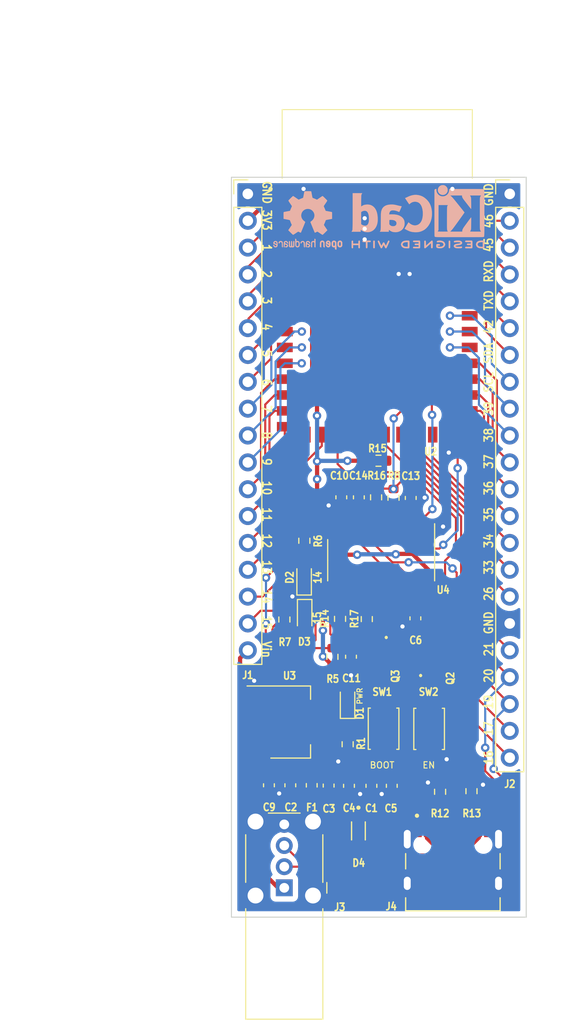
<source format=kicad_pcb>
(kicad_pcb (version 20171130) (host pcbnew "(5.1.8)-1")
  (layers (0 F.Cu signal) (31 B.Cu signal) (34 B.Paste user) (35 F.Paste user) (36 B.SilkS user) (37 F.SilkS user) (38 B.Mask user) (39 F.Mask user) (44 Edge.Cuts user))
  (net 0 "")
  (net 1 GND)
  (net 2 +3V3)
  (net 3 /CHIP_PU)
  (net 4 /GPIO0)
  (net 5 "Net-(C13-Pad1)")
  (net 6 "Net-(D2-Pad2)")
  (net 7 /RXD0)
  (net 8 "Net-(D3-Pad2)")
  (net 9 /TXD0)
  (net 10 /GPIO17)
  (net 11 /GPIO16)
  (net 12 /GPIO15)
  (net 13 /GPIO14)
  (net 14 /GPIO13)
  (net 15 /GPIO12)
  (net 16 /GPIO11)
  (net 17 /GPIO10)
  (net 18 /GPIO9)
  (net 19 /GPIO8)
  (net 20 /GPIO7)
  (net 21 /GPIO6)
  (net 22 /GPIO5)
  (net 23 /GPIO4)
  (net 24 /GPIO3)
  (net 25 /GPIO2)
  (net 26 /GPIO1)
  (net 27 /GPIO20)
  (net 28 /GPIO21)
  (net 29 /GPIO26)
  (net 30 /GPIO33)
  (net 31 /GPIO34)
  (net 32 /GPIO35)
  (net 33 /GPIO36)
  (net 34 /GPIO37)
  (net 35 /GPIO38)
  (net 36 /GPIO39)
  (net 37 /GPIO42)
  (net 38 /GPIO45)
  (net 39 "Net-(Q2-Pad1)")
  (net 40 "Net-(Q3-Pad1)")
  (net 41 /SDA)
  (net 42 /SCL)
  (net 43 /~DTR)
  (net 44 /GPIO18)
  (net 45 /~RTS)
  (net 46 /GPIO46)
  (net 47 /GPIO19)
  (net 48 /CC2)
  (net 49 /DP1)
  (net 50 /DN1)
  (net 51 /CC1)
  (net 52 /VI)
  (net 53 "Net-(D1-Pad1)")
  (net 54 /VBUSC)
  (net 55 /VBUSA)
  (net 56 "Net-(J4-PadA8)")
  (net 57 "Net-(J4-PadB8)")
  (net 58 "Net-(U4-Pad15)")
  (net 59 "Net-(U4-Pad12)")
  (net 60 "Net-(U4-Pad11)")
  (net 61 "Net-(U4-Pad10)")
  (net 62 "Net-(U4-Pad9)")
  (net 63 "Net-(U4-Pad8)")
  (net 64 "Net-(U4-Pad7)")
  (module Connector_PinHeader_2.54mm:PinHeader_1x22_P2.54mm_Vertical (layer F.Cu) (at 163.24 68.675)
    (fp_text reference J2 (at 0.01 55.825) (layer F.SilkS) (effects (font (size 0.7 0.6))))
    (fp_text value Conn_01x22_Male)
    (pad 22 thru_hole oval (at 0 53.34) (size 1.7 1.7) (drill 1) (layers *.Cu *.Mask) (net 11 /GPIO16))
    (pad 21 thru_hole oval (at 0 50.8) (size 1.7 1.7) (drill 1) (layers *.Cu *.Mask) (net 10 /GPIO17))
    (pad 20 thru_hole oval (at 0 48.26) (size 1.7 1.7) (drill 1) (layers *.Cu *.Mask) (net 47 /GPIO19))
    (pad 19 thru_hole oval (at 0 45.72) (size 1.7 1.7) (drill 1) (layers *.Cu *.Mask) (net 27 /GPIO20))
    (pad 18 thru_hole oval (at 0 43.18) (size 1.7 1.7) (drill 1) (layers *.Cu *.Mask) (net 28 /GPIO21))
    (pad 17 thru_hole oval (at 0 40.64) (size 1.7 1.7) (drill 1) (layers *.Cu *.Mask) (net 1 GND))
    (pad 16 thru_hole oval (at 0 38.1) (size 1.7 1.7) (drill 1) (layers *.Cu *.Mask) (net 29 /GPIO26))
    (pad 15 thru_hole oval (at 0 35.56) (size 1.7 1.7) (drill 1) (layers *.Cu *.Mask) (net 30 /GPIO33))
    (pad 14 thru_hole oval (at 0 33.02) (size 1.7 1.7) (drill 1) (layers *.Cu *.Mask) (net 31 /GPIO34))
    (pad 13 thru_hole oval (at 0 30.48) (size 1.7 1.7) (drill 1) (layers *.Cu *.Mask) (net 32 /GPIO35))
    (pad 12 thru_hole oval (at 0 27.94) (size 1.7 1.7) (drill 1) (layers *.Cu *.Mask) (net 33 /GPIO36))
    (pad 11 thru_hole oval (at 0 25.4) (size 1.7 1.7) (drill 1) (layers *.Cu *.Mask) (net 34 /GPIO37))
    (pad 10 thru_hole oval (at 0 22.86) (size 1.7 1.7) (drill 1) (layers *.Cu *.Mask) (net 35 /GPIO38))
    (pad 9 thru_hole oval (at 0 20.32) (size 1.7 1.7) (drill 1) (layers *.Cu *.Mask) (net 36 /GPIO39))
    (pad 8 thru_hole oval (at 0 17.78) (size 1.7 1.7) (drill 1) (layers *.Cu *.Mask) (net 42 /SCL))
    (pad 7 thru_hole oval (at 0 15.24) (size 1.7 1.7) (drill 1) (layers *.Cu *.Mask) (net 41 /SDA))
    (pad 6 thru_hole oval (at 0 12.7) (size 1.7 1.7) (drill 1) (layers *.Cu *.Mask) (net 37 /GPIO42))
    (pad 5 thru_hole oval (at 0 10.16) (size 1.7 1.7) (drill 1) (layers *.Cu *.Mask) (net 9 /TXD0))
    (pad 4 thru_hole oval (at 0 7.62) (size 1.7 1.7) (drill 1) (layers *.Cu *.Mask) (net 7 /RXD0))
    (pad 3 thru_hole oval (at 0 5.08) (size 1.7 1.7) (drill 1) (layers *.Cu *.Mask) (net 38 /GPIO45))
    (pad 2 thru_hole oval (at 0 2.54) (size 1.7 1.7) (drill 1) (layers *.Cu *.Mask) (net 46 /GPIO46))
    (pad 1 thru_hole rect (at 0 0) (size 1.7 1.7) (drill 1) (layers *.Cu *.Mask) (net 1 GND))
  )
  (module Symbol:KiCad-Logo2_5mm_SilkScreen (layer B.Cu) (at 154.56 70.82 180)
    (fp_text reference REF** hide)
    (fp_text value KiCad-Logo2_5mm_SilkScreen hide)
  )
  (module Symbol:OSHW-Logo2_7.3x6mm_SilkScreen (layer B.Cu) (at 144.13 71.18 180)
    (fp_text reference REF** hide)
    (fp_text value OSHW-Logo2_7.3x6mm_SilkScreen hide)
  )
  (module ESP32-S2-WROOM_M22S2H3200PH3Q0:ESP32S2WROOMM22S2H3200PH3Q0 (layer F.Cu) (at 150.7 76.2)
    (fp_text reference U2 (at 5.06 16.85) (layer F.SilkS) (effects (font (size 0.7 0.6))))
    (fp_text value ESP32-S2-WROOM-ESP32-S2-WROOM hide)
    (pad 51 smd rect (at -2.69 -1.45) (size 1.1 1.1) (layers F.Cu F.Paste F.Mask) (net 1 GND))
    (pad 50 smd rect (at -1.19 -1.45) (size 1.1 1.1) (layers F.Cu F.Paste F.Mask) (net 1 GND))
    (pad 49 smd rect (at 0.31 -1.45) (size 1.1 1.1) (layers F.Cu F.Paste F.Mask) (net 1 GND))
    (pad 48 smd rect (at 0.31 0.05) (size 1.1 1.1) (layers F.Cu F.Paste F.Mask) (net 1 GND))
    (pad 47 smd rect (at 0.31 1.55) (size 1.1 1.1) (layers F.Cu F.Paste F.Mask) (net 1 GND))
    (pad 46 smd rect (at -1.19 1.55) (size 1.1 1.1) (layers F.Cu F.Paste F.Mask) (net 1 GND))
    (pad 45 smd rect (at -2.69 1.55) (size 1.1 1.1) (layers F.Cu F.Paste F.Mask) (net 1 GND))
    (pad 44 smd rect (at -2.69 0.05) (size 1.1 1.1) (layers F.Cu F.Paste F.Mask) (net 1 GND))
    (pad 43 smd rect (at -1.19 0.05) (size 1.1 1.1) (layers F.Cu F.Paste F.Mask) (net 1 GND))
    (pad 42 smd rect (at 8.75 -8 90) (size 0.9 1.5) (layers F.Cu F.Paste F.Mask) (net 1 GND))
    (pad 41 smd rect (at 8.75 -6.5 90) (size 0.9 1.5) (layers F.Cu F.Paste F.Mask) (net 3 /CHIP_PU))
    (pad 40 smd rect (at 8.75 -5 90) (size 0.9 1.5) (layers F.Cu F.Paste F.Mask) (net 46 /GPIO46))
    (pad 39 smd rect (at 8.75 -3.5 90) (size 0.9 1.5) (layers F.Cu F.Paste F.Mask) (net 38 /GPIO45))
    (pad 38 smd rect (at 8.75 -2 90) (size 0.9 1.5) (layers F.Cu F.Paste F.Mask) (net 7 /RXD0))
    (pad 37 smd rect (at 8.75 -0.5 90) (size 0.9 1.5) (layers F.Cu F.Paste F.Mask) (net 9 /TXD0))
    (pad 36 smd rect (at 8.75 1 90) (size 0.9 1.5) (layers F.Cu F.Paste F.Mask) (net 37 /GPIO42))
    (pad 35 smd rect (at 8.75 2.5 90) (size 0.9 1.5) (layers F.Cu F.Paste F.Mask) (net 41 /SDA))
    (pad 34 smd rect (at 8.75 4 90) (size 0.9 1.5) (layers F.Cu F.Paste F.Mask) (net 42 /SCL))
    (pad 33 smd rect (at 8.75 5.5 90) (size 0.9 1.5) (layers F.Cu F.Paste F.Mask) (net 36 /GPIO39))
    (pad 32 smd rect (at 8.75 7 90) (size 0.9 1.5) (layers F.Cu F.Paste F.Mask) (net 35 /GPIO38))
    (pad 31 smd rect (at 8.75 8.5 90) (size 0.9 1.5) (layers F.Cu F.Paste F.Mask) (net 34 /GPIO37))
    (pad 30 smd rect (at 8.75 10 90) (size 0.9 1.5) (layers F.Cu F.Paste F.Mask) (net 33 /GPIO36))
    (pad 29 smd rect (at 8.75 11.5 90) (size 0.9 1.5) (layers F.Cu F.Paste F.Mask) (net 32 /GPIO35))
    (pad 28 smd rect (at 8.75 13 90) (size 0.9 1.5) (layers F.Cu F.Paste F.Mask) (net 31 /GPIO34))
    (pad 27 smd rect (at 8.75 14.5 90) (size 0.9 1.5) (layers F.Cu F.Paste F.Mask) (net 30 /GPIO33))
    (pad 26 smd rect (at 6.75 15.25) (size 0.9 1.5) (layers F.Cu F.Paste F.Mask) (net 1 GND))
    (pad 25 smd rect (at 5.25 15.25) (size 0.9 1.5) (layers F.Cu F.Paste F.Mask) (net 29 /GPIO26))
    (pad 24 smd rect (at 3.75 15.25) (size 0.9 1.5) (layers F.Cu F.Paste F.Mask) (net 28 /GPIO21))
    (pad 23 smd rect (at 2.25 15.25) (size 0.9 1.5) (layers F.Cu F.Paste F.Mask) (net 27 /GPIO20))
    (pad 22 smd rect (at 0.75 15.25) (size 0.9 1.5) (layers F.Cu F.Paste F.Mask) (net 47 /GPIO19))
    (pad 21 smd rect (at -0.75 15.25) (size 0.9 1.5) (layers F.Cu F.Paste F.Mask) (net 44 /GPIO18))
    (pad 20 smd rect (at -2.25 15.25) (size 0.9 1.5) (layers F.Cu F.Paste F.Mask) (net 10 /GPIO17))
    (pad 19 smd rect (at -3.75 15.25) (size 0.9 1.5) (layers F.Cu F.Paste F.Mask) (net 11 /GPIO16))
    (pad 18 smd rect (at -5.25 15.25) (size 0.9 1.5) (layers F.Cu F.Paste F.Mask) (net 12 /GPIO15))
    (pad 17 smd rect (at -6.75 15.25) (size 0.9 1.5) (layers F.Cu F.Paste F.Mask) (net 13 /GPIO14))
    (pad 16 smd rect (at -8.75 14.5 90) (size 0.9 1.5) (layers F.Cu F.Paste F.Mask) (net 14 /GPIO13))
    (pad 15 smd rect (at -8.75 13 90) (size 0.9 1.5) (layers F.Cu F.Paste F.Mask) (net 15 /GPIO12))
    (pad 14 smd rect (at -8.75 11.5 90) (size 0.9 1.5) (layers F.Cu F.Paste F.Mask) (net 16 /GPIO11))
    (pad 13 smd rect (at -8.75 10 90) (size 0.9 1.5) (layers F.Cu F.Paste F.Mask) (net 17 /GPIO10))
    (pad 12 smd rect (at -8.75 8.5 90) (size 0.9 1.5) (layers F.Cu F.Paste F.Mask) (net 18 /GPIO9))
    (pad 11 smd rect (at -8.75 7 90) (size 0.9 1.5) (layers F.Cu F.Paste F.Mask) (net 19 /GPIO8))
    (pad 10 smd rect (at -8.75 5.5 90) (size 0.9 1.5) (layers F.Cu F.Paste F.Mask) (net 20 /GPIO7))
    (pad 9 smd rect (at -8.75 4 90) (size 0.9 1.5) (layers F.Cu F.Paste F.Mask) (net 21 /GPIO6))
    (pad 8 smd rect (at -8.75 2.5 90) (size 0.9 1.5) (layers F.Cu F.Paste F.Mask) (net 22 /GPIO5))
    (pad 7 smd rect (at -8.75 1 90) (size 0.9 1.5) (layers F.Cu F.Paste F.Mask) (net 23 /GPIO4))
    (pad 6 smd rect (at -8.75 -0.5 90) (size 0.9 1.5) (layers F.Cu F.Paste F.Mask) (net 24 /GPIO3))
    (pad 5 smd rect (at -8.75 -2 90) (size 0.9 1.5) (layers F.Cu F.Paste F.Mask) (net 25 /GPIO2))
    (pad 4 smd rect (at -8.75 -3.5 90) (size 0.9 1.5) (layers F.Cu F.Paste F.Mask) (net 26 /GPIO1))
    (pad 3 smd rect (at -8.75 -5 90) (size 0.9 1.5) (layers F.Cu F.Paste F.Mask) (net 4 /GPIO0))
    (pad 2 smd rect (at -8.75 -6.5 90) (size 0.9 1.5) (layers F.Cu F.Paste F.Mask) (net 2 +3V3))
    (pad 1 smd rect (at -8.75 -8 90) (size 0.9 1.5) (layers F.Cu F.Paste F.Mask) (net 1 GND))
  )
  (module Package_SO:SOIC-16_3.9x9.9mm_P1.27mm (layer F.Cu) (at 151.07158 103.32974 270)
    (fp_text reference U4 (at 2.81026 -5.86842) (layer F.SilkS) (effects (font (size 0.7 0.6))))
    (fp_text value CH340C)
    (pad 16 smd roundrect (at 2.475 -4.445 270) (size 1.95 0.6) (layers F.Cu F.Paste F.Mask) (net 2 +3V3))
    (pad 15 smd roundrect (at 2.475 -3.175 270) (size 1.95 0.6) (layers F.Cu F.Paste F.Mask) (net 58 "Net-(U4-Pad15)"))
    (pad 14 smd roundrect (at 2.475 -1.905 270) (size 1.95 0.6) (layers F.Cu F.Paste F.Mask) (net 45 /~RTS))
    (pad 13 smd roundrect (at 2.475 -0.635 270) (size 1.95 0.6) (layers F.Cu F.Paste F.Mask) (net 43 /~DTR))
    (pad 12 smd roundrect (at 2.475 0.635 270) (size 1.95 0.6) (layers F.Cu F.Paste F.Mask) (net 59 "Net-(U4-Pad12)"))
    (pad 11 smd roundrect (at 2.475 1.905 270) (size 1.95 0.6) (layers F.Cu F.Paste F.Mask) (net 60 "Net-(U4-Pad11)"))
    (pad 10 smd roundrect (at 2.475 3.175 270) (size 1.95 0.6) (layers F.Cu F.Paste F.Mask) (net 61 "Net-(U4-Pad10)"))
    (pad 9 smd roundrect (at 2.475 4.445 270) (size 1.95 0.6) (layers F.Cu F.Paste F.Mask) (net 62 "Net-(U4-Pad9)"))
    (pad 8 smd roundrect (at -2.475 4.445 270) (size 1.95 0.6) (layers F.Cu F.Paste F.Mask) (net 63 "Net-(U4-Pad8)"))
    (pad 7 smd roundrect (at -2.475 3.175 270) (size 1.95 0.6) (layers F.Cu F.Paste F.Mask) (net 64 "Net-(U4-Pad7)"))
    (pad 6 smd roundrect (at -2.475 1.905 270) (size 1.95 0.6) (layers F.Cu F.Paste F.Mask) (net 50 /DN1))
    (pad 5 smd roundrect (at -2.475 0.635 270) (size 1.95 0.6) (layers F.Cu F.Paste F.Mask) (net 49 /DP1))
    (pad 4 smd roundrect (at -2.475 -0.635 270) (size 1.95 0.6) (layers F.Cu F.Paste F.Mask) (net 5 "Net-(C13-Pad1)"))
    (pad 3 smd roundrect (at -2.475 -1.905 270) (size 1.95 0.6) (layers F.Cu F.Paste F.Mask) (net 9 /TXD0))
    (pad 2 smd roundrect (at -2.475 -3.175 270) (size 1.95 0.6) (layers F.Cu F.Paste F.Mask) (net 7 /RXD0))
    (pad 1 smd roundrect (at -2.475 -4.445 270) (size 1.95 0.6) (layers F.Cu F.Paste F.Mask) (net 1 GND))
  )
  (module Capacitor_SMD:C_0603_1608Metric (layer F.Cu) (at 154.31 108.83 270)
    (fp_text reference C6 (at 2.07 -0.03 180) (layer F.SilkS) (effects (font (size 0.7 0.6))))
    (fp_text value 0.1uF)
    (pad 2 smd roundrect (at 0.775 0 270) (size 0.9 0.95) (layers F.Cu F.Paste F.Mask) (net 1 GND))
    (pad 1 smd roundrect (at -0.775 0 270) (size 0.9 0.95) (layers F.Cu F.Paste F.Mask) (net 2 +3V3))
  )
  (module Connector_USB:USB_A_Wuerth_614004134726_Horizontal (layer F.Cu) (at 141.9 134.325 90)
    (fp_text reference J3 (at -1.825 5.25 180) (layer F.SilkS) (effects (font (size 0.7 0.6))))
    (fp_text value USB_A)
    (pad 5 thru_hole circle (at -0.73 -2.72 90) (size 2.15 2.15) (drill 1.5) (layers *.Cu *.Mask) (net 1 GND))
    (pad 5 thru_hole circle (at 6.27 -2.72 90) (size 2.15 2.15) (drill 1.5) (layers *.Cu *.Mask) (net 1 GND))
    (pad 5 thru_hole circle (at 6.27 2.72 90) (size 2.15 2.15) (drill 1.5) (layers *.Cu *.Mask) (net 1 GND))
    (pad 5 thru_hole circle (at -0.73 2.72 90) (size 2.15 2.15) (drill 1.5) (layers *.Cu *.Mask) (net 1 GND))
    (pad 1 thru_hole rect (at 0 0 90) (size 1.6 1.6) (drill 0.92) (layers *.Cu *.Mask) (net 55 /VBUSA))
    (pad 2 thru_hole circle (at 2 0 90) (size 1.6 1.6) (drill 0.92) (layers *.Cu *.Mask) (net 47 /GPIO19))
    (pad 3 thru_hole circle (at 4 0 90) (size 1.6 1.6) (drill 0.92) (layers *.Cu *.Mask) (net 27 /GPIO20))
    (pad 4 thru_hole circle (at 6 0 90) (size 1.6 1.6) (drill 0.92) (layers *.Cu *.Mask) (net 1 GND))
  )
  (module tactile_smd_switch:tactile_smd_switch (layer F.Cu) (at 155.61 119.29 90)
    (fp_text reference SW2 (at 3.5 -0.045 180) (layer F.SilkS) (effects (font (size 0.7 0.6))))
    (fp_text value SW_Push)
    (pad 2 smd rect (at 2.2 0 90) (size 1 2) (layers F.Cu F.Paste F.Mask) (net 3 /CHIP_PU))
    (pad 1 smd rect (at -2.2 0 90) (size 1 2) (layers F.Cu F.Paste F.Mask) (net 1 GND))
  )
  (module tactile_smd_switch:tactile_smd_switch (layer F.Cu) (at 151.3 119.27 90)
    (fp_text reference SW1 (at 3.48 -0.125 180) (layer F.SilkS) (effects (font (size 0.7 0.6))))
    (fp_text value SW_Push)
    (pad 2 smd rect (at 2.2 0 90) (size 1 2) (layers F.Cu F.Paste F.Mask) (net 4 /GPIO0))
    (pad 1 smd rect (at -2.2 0 90) (size 1 2) (layers F.Cu F.Paste F.Mask) (net 1 GND))
  )
  (module L8050QLT1G:L8050QLT1G (layer F.Cu) (at 150.59914 112.6871 180)
    (fp_text reference Q3 (at -1.82086 -1.6129 270) (layer F.SilkS) (effects (font (size 0.7 0.6))))
    (fp_text value L8050QLT1G hide)
    (pad 3 smd rect (at 0 -1 180) (size 0.8 0.9) (layers F.Cu F.Paste F.Mask) (net 43 /~DTR))
    (pad 2 smd rect (at 0.95 1 180) (size 0.8 0.9) (layers F.Cu F.Paste F.Mask) (net 4 /GPIO0))
    (pad 1 smd rect (at -0.95 1 180) (size 0.8 0.9) (layers F.Cu F.Paste F.Mask) (net 40 "Net-(Q3-Pad1)"))
  )
  (module Resistor_SMD:R_0603_1608Metric (layer F.Cu) (at 149.71 108.9 270)
    (fp_text reference R17 (at -0.02 1.17 90) (layer F.SilkS) (effects (font (size 0.7 0.6))))
    (fp_text value 10K)
    (pad 2 smd roundrect (at 0.825 0 270) (size 0.8 0.95) (layers F.Cu F.Paste F.Mask) (net 40 "Net-(Q3-Pad1)"))
    (pad 1 smd roundrect (at -0.825 0 270) (size 0.8 0.95) (layers F.Cu F.Paste F.Mask) (net 45 /~RTS))
  )
  (module BAT-760:SOD2513X120N (layer F.Cu) (at 148.92 128.94 270)
    (fp_text reference D4 (at 3.035 -0.03 180) (layer F.SilkS) (effects (font (size 0.7 0.6))))
    (fp_text value BAT760-7 hide)
    (pad A smd rect (at 1.19 0 270) (size 1.04 0.46) (layers F.Cu F.Paste F.Mask) (net 54 /VBUSC))
    (pad C smd rect (at -1.19 0 270) (size 1.04 0.46) (layers F.Cu F.Paste F.Mask) (net 55 /VBUSA))
  )
  (module Fuse:Fuse_0603_1608Metric (layer F.Cu) (at 144.49806 124.62388 270)
    (fp_text reference F1 (at 2.10112 -0.02694 180) (layer F.SilkS) (effects (font (size 0.7 0.6))))
    (fp_text value Polyfuse_Small hide)
    (pad 2 smd roundrect (at 0.7875 0 270) (size 0.875 0.95) (layers F.Cu F.Paste F.Mask) (net 55 /VBUSA))
    (pad 1 smd roundrect (at -0.7875 0 270) (size 0.875 0.95) (layers F.Cu F.Paste F.Mask) (net 52 /VI))
  )
  (module Resistor_SMD:R_0603_1608Metric (layer F.Cu) (at 147.9 120.74 270)
    (fp_text reference R1 (at -0.07 -1.27 90) (layer F.SilkS) (effects (font (size 0.7 0.6))))
    (fp_text value 1k)
    (pad 2 smd roundrect (at 0.825 0 270) (size 0.8 0.95) (layers F.Cu F.Paste F.Mask) (net 1 GND))
    (pad 1 smd roundrect (at -0.825 0 270) (size 0.8 0.95) (layers F.Cu F.Paste F.Mask) (net 53 "Net-(D1-Pad1)"))
  )
  (module Connector_PinHeader_2.54mm:PinHeader_1x18_P2.54mm_Vertical (layer F.Cu) (at 138.45 68.675)
    (fp_text reference J1 (at 0 45.525) (layer F.SilkS) (effects (font (size 0.7 0.6))))
    (fp_text value Conn_01x18_Male)
    (pad 18 thru_hole oval (at 0 43.18) (size 1.7 1.7) (drill 1) (layers *.Cu *.Mask) (net 55 /VBUSA))
    (pad 17 thru_hole oval (at 0 40.64) (size 1.7 1.7) (drill 1) (layers *.Cu *.Mask) (net 12 /GPIO15))
    (pad 16 thru_hole oval (at 0 38.1) (size 1.7 1.7) (drill 1) (layers *.Cu *.Mask) (net 13 /GPIO14))
    (pad 15 thru_hole oval (at 0 35.56) (size 1.7 1.7) (drill 1) (layers *.Cu *.Mask) (net 14 /GPIO13))
    (pad 14 thru_hole oval (at 0 33.02) (size 1.7 1.7) (drill 1) (layers *.Cu *.Mask) (net 15 /GPIO12))
    (pad 13 thru_hole oval (at 0 30.48) (size 1.7 1.7) (drill 1) (layers *.Cu *.Mask) (net 16 /GPIO11))
    (pad 12 thru_hole oval (at 0 27.94) (size 1.7 1.7) (drill 1) (layers *.Cu *.Mask) (net 17 /GPIO10))
    (pad 11 thru_hole oval (at 0 25.4) (size 1.7 1.7) (drill 1) (layers *.Cu *.Mask) (net 18 /GPIO9))
    (pad 10 thru_hole oval (at 0 22.86) (size 1.7 1.7) (drill 1) (layers *.Cu *.Mask) (net 19 /GPIO8))
    (pad 9 thru_hole oval (at 0 20.32) (size 1.7 1.7) (drill 1) (layers *.Cu *.Mask) (net 20 /GPIO7))
    (pad 8 thru_hole oval (at 0 17.78) (size 1.7 1.7) (drill 1) (layers *.Cu *.Mask) (net 21 /GPIO6))
    (pad 7 thru_hole oval (at 0 15.24) (size 1.7 1.7) (drill 1) (layers *.Cu *.Mask) (net 22 /GPIO5))
    (pad 6 thru_hole oval (at 0 12.7) (size 1.7 1.7) (drill 1) (layers *.Cu *.Mask) (net 23 /GPIO4))
    (pad 5 thru_hole oval (at 0 10.16) (size 1.7 1.7) (drill 1) (layers *.Cu *.Mask) (net 24 /GPIO3))
    (pad 4 thru_hole oval (at 0 7.62) (size 1.7 1.7) (drill 1) (layers *.Cu *.Mask) (net 25 /GPIO2))
    (pad 3 thru_hole oval (at 0 5.08) (size 1.7 1.7) (drill 1) (layers *.Cu *.Mask) (net 26 /GPIO1))
    (pad 2 thru_hole oval (at 0 2.54) (size 1.7 1.7) (drill 1) (layers *.Cu *.Mask) (net 2 +3V3))
    (pad 1 thru_hole rect (at 0 0) (size 1.7 1.7) (drill 1) (layers *.Cu *.Mask) (net 1 GND))
  )
  (module LED_SMD:LED_0603_1608Metric_Castellated (layer F.Cu) (at 147.89 116.61 90)
    (fp_text reference D1 (at -1.21 1.16 270) (layer F.SilkS) (effects (font (size 0.7 0.6))))
    (fp_text value LED)
    (pad 2 smd roundrect (at 0.8125 0 90) (size 1.225 0.85) (layers F.Cu F.Paste F.Mask) (net 2 +3V3))
    (pad 1 smd roundrect (at -0.8125 0 90) (size 1.225 0.85) (layers F.Cu F.Paste F.Mask) (net 53 "Net-(D1-Pad1)"))
  )
  (module Capacitor_SMD:C_0603_1608Metric (layer F.Cu) (at 148.025 124.675 90)
    (fp_text reference C4 (at -2.105 0.015 180) (layer F.SilkS) (effects (font (size 0.7 0.6))))
    (fp_text value 0.1uF)
    (pad 2 smd roundrect (at 0.775 0 90) (size 0.9 0.95) (layers F.Cu F.Paste F.Mask) (net 2 +3V3))
    (pad 1 smd roundrect (at -0.775 0 90) (size 0.9 0.95) (layers F.Cu F.Paste F.Mask) (net 1 GND))
  )
  (module Capacitor_SMD:C_0603_1608Metric (layer F.Cu) (at 146.1 124.65 270)
    (fp_text reference C3 (at 2.19 -0.03 180) (layer F.SilkS) (effects (font (size 0.7 0.6))))
    (fp_text value 22uF hide)
    (pad 2 smd roundrect (at 0.775 0 270) (size 0.9 0.95) (layers F.Cu F.Paste F.Mask) (net 1 GND))
    (pad 1 smd roundrect (at -0.775 0 270) (size 0.9 0.95) (layers F.Cu F.Paste F.Mask) (net 2 +3V3))
  )
  (module Capacitor_SMD:C_0603_1608Metric (layer F.Cu) (at 142.47368 124.62388 270)
    (fp_text reference C2 (at 2.07612 -0.05132) (layer F.SilkS) (effects (font (size 0.7 0.6))))
    (fp_text value 10uF hide)
    (pad 2 smd roundrect (at 0.775 0 270) (size 0.9 0.95) (layers F.Cu F.Paste F.Mask) (net 1 GND))
    (pad 1 smd roundrect (at -0.775 0 270) (size 0.9 0.95) (layers F.Cu F.Paste F.Mask) (net 52 /VI))
  )
  (module Capacitor_SMD:C_0603_1608Metric (layer F.Cu) (at 148.21662 112.46104 90)
    (fp_text reference C11 (at -2.03896 0.05338) (layer F.SilkS) (effects (font (size 0.7 0.6))))
    (fp_text value 0.1uF)
    (pad 2 smd roundrect (at 0.775 0 90) (size 0.9 0.95) (layers F.Cu F.Paste F.Mask) (net 4 /GPIO0))
    (pad 1 smd roundrect (at -0.775 0 90) (size 0.9 0.95) (layers F.Cu F.Paste F.Mask) (net 1 GND))
  )
  (module Capacitor_SMD:C_0603_1608Metric (layer F.Cu) (at 148.96 97.38 270)
    (fp_text reference C14 (at -2.05 0.04 180) (layer F.SilkS) (effects (font (size 0.7 0.6))))
    (fp_text value 1uF)
    (pad 2 smd roundrect (at 0.775 0 270) (size 0.9 0.95) (layers F.Cu F.Paste F.Mask) (net 1 GND))
    (pad 1 smd roundrect (at -0.775 0 270) (size 0.9 0.95) (layers F.Cu F.Paste F.Mask) (net 3 /CHIP_PU))
  )
  (module Capacitor_SMD:C_0603_1608Metric (layer F.Cu) (at 153.87 97.44 90)
    (fp_text reference C13 (at 2.08 0.01 180) (layer F.SilkS) (effects (font (size 0.7 0.6))))
    (fp_text value 0.1uF)
    (pad 2 smd roundrect (at 0.775 0 90) (size 0.9 0.95) (layers F.Cu F.Paste F.Mask) (net 1 GND))
    (pad 1 smd roundrect (at -0.775 0 90) (size 0.9 0.95) (layers F.Cu F.Paste F.Mask) (net 5 "Net-(C13-Pad1)"))
  )
  (module Resistor_SMD:R_0603_1608Metric (layer F.Cu) (at 141.91 108.94 270)
    (fp_text reference R7 (at 2.14 -0.05 180) (layer F.SilkS) (effects (font (size 0.7 0.6))))
    (fp_text value 1k)
    (pad 2 smd roundrect (at 0.825 0 270) (size 0.8 0.95) (layers F.Cu F.Paste F.Mask) (net 8 "Net-(D3-Pad2)"))
    (pad 1 smd roundrect (at -0.825 0 270) (size 0.8 0.95) (layers F.Cu F.Paste F.Mask) (net 12 /GPIO15))
  )
  (module Resistor_SMD:R_0603_1608Metric (layer F.Cu) (at 156.65 125.24 90)
    (fp_text reference R12 (at -2.045 -0.005 180) (layer F.SilkS) (effects (font (size 0.7 0.6))))
    (fp_text value 5.1K hide)
    (pad 2 smd roundrect (at 0.825 0 90) (size 0.8 0.95) (layers F.Cu F.Paste F.Mask) (net 1 GND))
    (pad 1 smd roundrect (at -0.825 0 90) (size 0.8 0.95) (layers F.Cu F.Paste F.Mask) (net 51 /CC1))
  )
  (module LED_SMD:LED_0603_1608Metric_Castellated (layer F.Cu) (at 143.78 104.94 90)
    (fp_text reference D2 (at -0.02 -1.36 90) (layer F.SilkS) (effects (font (size 0.7 0.6))))
    (fp_text value LED)
    (pad 2 smd roundrect (at 0.8125 0 90) (size 1.225 0.85) (layers F.Cu F.Paste F.Mask) (net 6 "Net-(D2-Pad2)"))
    (pad 1 smd roundrect (at -0.8125 0 90) (size 1.225 0.85) (layers F.Cu F.Paste F.Mask) (net 1 GND))
  )
  (module Resistor_SMD:R_0603_1608Metric (layer F.Cu) (at 159.62 125.18 90)
    (fp_text reference R13 (at -2.105 0.03 180) (layer F.SilkS) (effects (font (size 0.7 0.6))))
    (fp_text value 5.1K)
    (pad 2 smd roundrect (at 0.825 0 90) (size 0.8 0.95) (layers F.Cu F.Paste F.Mask) (net 1 GND))
    (pad 1 smd roundrect (at -0.825 0 90) (size 0.8 0.95) (layers F.Cu F.Paste F.Mask) (net 48 /CC2))
  )
  (module LED_SMD:LED_0603_1608Metric_Castellated (layer F.Cu) (at 143.83 108.73 270)
    (fp_text reference D3 (at 2.31 0.03 180) (layer F.SilkS) (effects (font (size 0.7 0.6))))
    (fp_text value LED)
    (pad 2 smd roundrect (at 0.8125 0 270) (size 1.225 0.85) (layers F.Cu F.Paste F.Mask) (net 8 "Net-(D3-Pad2)"))
    (pad 1 smd roundrect (at -0.8125 0 270) (size 1.225 0.85) (layers F.Cu F.Paste F.Mask) (net 1 GND))
  )
  (module Resistor_SMD:R_0603_1608Metric (layer F.Cu) (at 150.81758 93.91904)
    (fp_text reference R15 (at -0.08758 -1.15904 180) (layer F.SilkS) (effects (font (size 0.7 0.6))))
    (fp_text value 10K)
    (pad 2 smd roundrect (at 0.825 0) (size 0.8 0.95) (layers F.Cu F.Paste F.Mask) (net 44 /GPIO18))
    (pad 1 smd roundrect (at -0.825 0) (size 0.8 0.95) (layers F.Cu F.Paste F.Mask) (net 2 +3V3))
  )
  (module Resistor_SMD:R_0603_1608Metric (layer F.Cu) (at 146.45738 112.47184 270)
    (fp_text reference R5 (at 2.08816 -0.03262 180) (layer F.SilkS) (effects (font (size 0.7 0.6))))
    (fp_text value 10K)
    (pad 2 smd roundrect (at 0.825 0 270) (size 0.8 0.95) (layers F.Cu F.Paste F.Mask) (net 2 +3V3))
    (pad 1 smd roundrect (at -0.825 0 270) (size 0.8 0.95) (layers F.Cu F.Paste F.Mask) (net 4 /GPIO0))
  )
  (module Package_TO_SOT_SMD:SOT-223-3_TabPin2 (layer F.Cu) (at 142.48 118.64)
    (fp_text reference U3 (at -0.08 -4.38) (layer F.SilkS) (effects (font (size 0.7 0.6))))
    (fp_text value AMS1117-3.3)
    (pad 1 smd rect (at -3.15 -2.3) (size 2 1.5) (layers F.Cu F.Paste F.Mask) (net 1 GND))
    (pad 3 smd rect (at -3.15 2.3) (size 2 1.5) (layers F.Cu F.Paste F.Mask) (net 52 /VI))
    (pad 2 smd rect (at -3.15 0) (size 2 1.5) (layers F.Cu F.Paste F.Mask) (net 2 +3V3))
    (pad 2 smd rect (at 3.15 0) (size 2 3.8) (layers F.Cu F.Paste F.Mask) (net 2 +3V3))
  )
  (module Resistor_SMD:R_0603_1608Metric (layer F.Cu) (at 150.59262 97.38068 90)
    (fp_text reference R16 (at 2.05568 0.05738) (layer F.SilkS) (effects (font (size 0.7 0.6))))
    (fp_text value 10K)
    (pad 1 smd roundrect (at -0.825 0 90) (size 0.8 0.95) (layers F.Cu F.Paste F.Mask) (net 2 +3V3))
    (pad 2 smd roundrect (at 0.825 0 90) (size 0.8 0.95) (layers F.Cu F.Paste F.Mask) (net 3 /CHIP_PU))
  )
  (module L8050QLT1G:L8050QLT1G (layer F.Cu) (at 155.76 112.19)
    (fp_text reference Q2 (at 1.86 2.31 270) (layer F.SilkS) (effects (font (size 0.7 0.6))))
    (fp_text value L8050QLT1G hide)
    (pad 3 smd rect (at 0 -1) (size 0.8 0.9) (layers F.Cu F.Paste F.Mask) (net 45 /~RTS))
    (pad 2 smd rect (at 0.95 1) (size 0.8 0.9) (layers F.Cu F.Paste F.Mask) (net 3 /CHIP_PU))
    (pad 1 smd rect (at -0.95 1) (size 0.8 0.9) (layers F.Cu F.Paste F.Mask) (net 39 "Net-(Q2-Pad1)"))
  )
  (module Resistor_SMD:R_0603_1608Metric (layer F.Cu) (at 143.8 101.49 270)
    (fp_text reference R6 (at 0.025 -1.3 90) (layer F.SilkS) (effects (font (size 0.7 0.6))))
    (fp_text value 1k)
    (pad 2 smd roundrect (at 0.825 0 270) (size 0.8 0.95) (layers F.Cu F.Paste F.Mask) (net 6 "Net-(D2-Pad2)"))
    (pad 1 smd roundrect (at -0.825 0 270) (size 0.8 0.95) (layers F.Cu F.Paste F.Mask) (net 13 /GPIO14))
  )
  (module Resistor_SMD:R_0603_1608Metric (layer F.Cu) (at 152.24 97.42 270)
    (fp_text reference R8 (at -2.095 -0.06 180) (layer F.SilkS) (effects (font (size 0.7 0.6))))
    (fp_text value 10K)
    (pad 2 smd roundrect (at 0.825 0 270) (size 0.8 0.95) (layers F.Cu F.Paste F.Mask) (net 2 +3V3))
    (pad 1 smd roundrect (at -0.825 0 270) (size 0.8 0.95) (layers F.Cu F.Paste F.Mask) (net 3 /CHIP_PU))
  )
  (module Capacitor_SMD:C_0603_1608Metric (layer F.Cu) (at 147.3 97.38 90)
    (fp_text reference C10 (at 2.05 -0.18) (layer F.SilkS) (effects (font (size 0.7 0.6))))
    (fp_text value 0.1uF)
    (pad 2 smd roundrect (at 0.775 0 90) (size 0.9 0.95) (layers F.Cu F.Paste F.Mask) (net 3 /CHIP_PU))
    (pad 1 smd roundrect (at -0.775 0 90) (size 0.9 0.95) (layers F.Cu F.Paste F.Mask) (net 1 GND))
  )
  (module Capacitor_SMD:C_0603_1608Metric (layer F.Cu) (at 152.075 124.675 270)
    (fp_text reference C5 (at 2.135 0.075 180) (layer F.SilkS) (effects (font (size 0.7 0.6))))
    (fp_text value 10uF)
    (pad 2 smd roundrect (at 0.775 0 270) (size 0.9 0.95) (layers F.Cu F.Paste F.Mask) (net 1 GND))
    (pad 1 smd roundrect (at -0.775 0 270) (size 0.9 0.95) (layers F.Cu F.Paste F.Mask) (net 2 +3V3))
  )
  (module Capacitor_SMD:C_0603_1608Metric (layer F.Cu) (at 150.15 124.675 270)
    (fp_text reference C1 (at 2.115 0 180) (layer F.SilkS) (effects (font (size 0.7 0.6))))
    (fp_text value 0.1uF)
    (pad 2 smd roundrect (at 0.775 0 270) (size 0.9 0.95) (layers F.Cu F.Paste F.Mask) (net 1 GND))
    (pad 1 smd roundrect (at -0.775 0 270) (size 0.9 0.95) (layers F.Cu F.Paste F.Mask) (net 2 +3V3))
  )
  (module Capacitor_SMD:C_0603_1608Metric (layer F.Cu) (at 140.4493 124.62388 90)
    (fp_text reference C9 (at -2.07612 0.0257 180) (layer F.SilkS) (effects (font (size 0.7 0.6))))
    (fp_text value 0.1uF hide)
    (pad 2 smd roundrect (at 0.775 0 90) (size 0.9 0.95) (layers F.Cu F.Paste F.Mask) (net 52 /VI))
    (pad 1 smd roundrect (at -0.775 0 90) (size 0.9 0.95) (layers F.Cu F.Paste F.Mask) (net 1 GND))
  )
  (module Resistor_SMD:R_0603_1608Metric (layer F.Cu) (at 147.18 108.88 270)
    (fp_text reference R14 (at -0.025 1.45 90) (layer F.SilkS) (effects (font (size 0.7 0.6))))
    (fp_text value 10K)
    (pad 2 smd roundrect (at 0.825 0 270) (size 0.8 0.95) (layers F.Cu F.Paste F.Mask) (net 39 "Net-(Q2-Pad1)"))
    (pad 1 smd roundrect (at -0.825 0 270) (size 0.8 0.95) (layers F.Cu F.Paste F.Mask) (net 43 /~DTR))
  )
  (module USB-TYPE-C:HRO_TYPE-C-31-M-12 (layer F.Cu) (at 157.86 133.9)
    (fp_text reference J4 (at -5.84 2.19) (layer F.SilkS) (effects (font (size 0.7 0.6))))
    (fp_text value TYPE-C-31-M-12)
    (pad None np_thru_hole circle (at 2.89 -3.65) (size 0.7 0.7) (drill 0.7) (layers *.Cu *.Mask))
    (pad None np_thru_hole circle (at -2.89 -3.65) (size 0.7 0.7) (drill 0.7) (layers *.Cu *.Mask))
    (pad S4 thru_hole oval (at 4.32 0) (size 1.05 2.1) (drill oval 0.65 1.25) (layers *.Cu *.Mask) (net 1 GND))
    (pad S3 thru_hole oval (at -4.32 0) (size 1.05 2.1) (drill oval 0.65 1.25) (layers *.Cu *.Mask) (net 1 GND))
    (pad S2 thru_hole oval (at 4.32 -4.18) (size 1.05 2.1) (drill oval 0.65 1.75) (layers *.Cu *.Mask) (net 1 GND))
    (pad S1 thru_hole oval (at -4.32 -4.18) (size 1.05 2.1) (drill oval 0.65 1.75) (layers *.Cu *.Mask) (net 1 GND))
    (pad B1A12 smd rect (at 3.25 -5.095) (size 0.6 1.45) (layers F.Cu F.Paste F.Mask) (net 1 GND))
    (pad B4A9 smd rect (at 2.45 -5.095) (size 0.6 1.45) (layers F.Cu F.Paste F.Mask) (net 54 /VBUSC))
    (pad B5 smd rect (at 1.75 -5.095) (size 0.3 1.45) (layers F.Cu F.Paste F.Mask) (net 48 /CC2))
    (pad A8 smd rect (at 1.25 -5.095) (size 0.3 1.45) (layers F.Cu F.Paste F.Mask) (net 56 "Net-(J4-PadA8)"))
    (pad B6 smd rect (at 0.75 -5.095) (size 0.3 1.45) (layers F.Cu F.Paste F.Mask) (net 49 /DP1))
    (pad A7 smd rect (at 0.25 -5.095) (size 0.3 1.45) (layers F.Cu F.Paste F.Mask) (net 50 /DN1))
    (pad B8 smd rect (at -1.75 -5.095) (size 0.3 1.45) (layers F.Cu F.Paste F.Mask) (net 57 "Net-(J4-PadB8)"))
    (pad A5 smd rect (at -1.25 -5.095) (size 0.3 1.45) (layers F.Cu F.Paste F.Mask) (net 51 /CC1))
    (pad B7 smd rect (at -0.75 -5.095) (size 0.3 1.45) (layers F.Cu F.Paste F.Mask) (net 50 /DN1))
    (pad A6 smd rect (at -0.25 -5.095) (size 0.3 1.45) (layers F.Cu F.Paste F.Mask) (net 49 /DP1))
    (pad A4B9 smd rect (at -2.45 -5.095) (size 0.6 1.45) (layers F.Cu F.Paste F.Mask) (net 54 /VBUSC))
    (pad A1B12 smd rect (at -3.25 -5.095) (size 0.6 1.45) (layers F.Cu F.Paste F.Mask) (net 1 GND))
  )
  (gr_text PWR (at 149.05 116.18 90) (layer F.SilkS) (effects (font (size 0.5 0.5) (thickness 0.1))))
  (gr_text EN (at 155.58 122.72) (layer F.SilkS) (effects (font (size 0.6 0.6) (thickness 0.1))))
  (gr_text BOOT (at 151.16 122.72) (layer F.SilkS) (effects (font (size 0.6 0.6) (thickness 0.1))))
  (gr_text 16 (at 161.25 122 90) (layer F.SilkS) (effects (font (size 0.8 0.7))))
  (gr_text 17 (at 161.25 119.25 90) (layer F.SilkS) (effects (font (size 0.8 0.7))))
  (gr_text 19 (at 161.25 116.75 90) (layer F.SilkS) (effects (font (size 0.8 0.7))))
  (gr_text 20 (at 161.25 114.25 90) (layer F.SilkS) (effects (font (size 0.8 0.7))))
  (gr_text 21 (at 161.25 111.75 90) (layer F.SilkS) (effects (font (size 0.8 0.7))))
  (gr_text GND (at 161.25 109.25 90) (layer F.SilkS) (effects (font (size 0.8 0.7))))
  (gr_text 26 (at 161.25 106.5 90) (layer F.SilkS) (effects (font (size 0.8 0.7))))
  (gr_text 33 (at 161.25 104 90) (layer F.SilkS) (effects (font (size 0.8 0.7))))
  (gr_text 34 (at 161.25 101.5 90) (layer F.SilkS) (effects (font (size 0.8 0.7))))
  (gr_text 35 (at 161.25 99 90) (layer F.SilkS) (effects (font (size 0.8 0.7))))
  (gr_text 36 (at 161.25 96.5 90) (layer F.SilkS) (effects (font (size 0.8 0.7))))
  (gr_text 37 (at 161.25 94 90) (layer F.SilkS) (effects (font (size 0.8 0.7))))
  (gr_text 38 (at 161.25 91.5 90) (layer F.SilkS) (effects (font (size 0.8 0.7))))
  (gr_text 39 (at 161.25 89 90) (layer F.SilkS) (effects (font (size 0.8 0.7))))
  (gr_text SCL (at 161.25 86.5 90) (layer F.SilkS) (effects (font (size 0.8 0.7))))
  (gr_text SDA (at 161.25 83.75 90) (layer F.SilkS) (effects (font (size 0.8 0.7))))
  (gr_text 42 (at 161.25 81.25 90) (layer F.SilkS) (effects (font (size 0.8 0.7))))
  (gr_text TXD (at 161.25 78.75 90) (layer F.SilkS) (effects (font (size 0.8 0.7))))
  (gr_text RXD (at 161.25 76 90) (layer F.SilkS) (effects (font (size 0.8 0.7))))
  (gr_text 45 (at 161.25 73.5 90) (layer F.SilkS) (effects (font (size 0.8 0.7))))
  (gr_text 46 (at 161.25 71.25 90) (layer F.SilkS) (effects (font (size 0.8 0.7))))
  (gr_text GND (at 161.25 68.75 90) (layer F.SilkS) (effects (font (size 0.8 0.7))))
  (gr_text Vin (at 140.25 111.77 -90) (layer F.SilkS) (effects (font (size 0.8 0.7))))
  (gr_text 15 (at 140.25 109.25 -90) (layer F.SilkS) (effects (font (size 0.8 0.7))))
  (gr_text 14 (at 140.25 106.77 -90) (layer F.SilkS) (effects (font (size 0.8 0.7))))
  (gr_text 13 (at 140.25 104 -90) (layer F.SilkS) (effects (font (size 0.8 0.7))))
  (gr_text 12 (at 140.25 101.5 -90) (layer F.SilkS) (effects (font (size 0.8 0.7))))
  (gr_text 11 (at 140.25 99.02 -90) (layer F.SilkS) (effects (font (size 0.8 0.7))))
  (gr_text 10 (at 140.25 96.5 -90) (layer F.SilkS) (effects (font (size 0.8 0.7))))
  (gr_text 9 (at 140.25 94.02 -90) (layer F.SilkS) (effects (font (size 0.8 0.7))))
  (gr_text 8 (at 140.25 91.52 -90) (layer F.SilkS) (effects (font (size 0.8 0.7))))
  (gr_text 7 (at 140.25 89.02 -90) (layer F.SilkS) (effects (font (size 0.8 0.7))))
  (gr_text 6 (at 140.25 86.52 -90) (layer F.SilkS) (effects (font (size 0.8 0.7))))
  (gr_text 5 (at 140.25 83.77 -90) (layer F.SilkS) (effects (font (size 0.8 0.7))))
  (gr_text 4 (at 140.25 81.27 -90) (layer F.SilkS) (effects (font (size 0.8 0.7))))
  (gr_text 3 (at 140.25 78.77 -90) (layer F.SilkS) (effects (font (size 0.8 0.7))))
  (gr_text "2\n" (at 140.25 76.27 -90) (layer F.SilkS) (effects (font (size 0.8 0.7))))
  (gr_text 1 (at 140.25 73.77 -90) (layer F.SilkS) (effects (font (size 0.8 0.7))))
  (gr_text 3V3 (at 140.25 71.16 -90) (layer F.SilkS) (effects (font (size 0.8 0.7))))
  (gr_text GND (at 140.25 68.54 -90) (layer F.SilkS) (effects (font (size 0.8 0.7))))
  (gr_text 14 (at 145.06 104.96 90) (layer F.SilkS) (effects (font (size 0.7 0.6))))
  (gr_text 15 (at 145.01 108.78 90) (layer F.SilkS) (effects (font (size 0.7 0.6))))
  (gr_line (start 164.8 67.1) (end 164.8 137.1) (layer Edge.Cuts) (width 0.1))
  (gr_line (start 136.9 67.1) (end 164.8 67.1) (layer Edge.Cuts) (width 0.1))
  (gr_line (start 136.9 137.1) (end 136.9 67.1) (layer Edge.Cuts) (width 0.1))
  (gr_line (start 164.8 137.1) (end 136.9 137.1) (layer Edge.Cuts) (width 0.1))
  (segment (start 157.39 91.39) (end 157.45 91.45) (width 0.2) (layer F.Cu) (net 1))
  (segment (start 150.15 125.45) (end 151.12044 125.45) (width 0.4) (layer F.Cu) (net 1))
  (segment (start 157.45 91.45) (end 157.45 91.029998) (width 0.4) (layer F.Cu) (net 1))
  (via (at 149.51 72.97674) (size 0.8) (drill 0.4) (layers F.Cu B.Cu) (net 1))
  (via (at 149.51 71.97674) (size 0.8) (drill 0.4) (layers F.Cu B.Cu) (net 1))
  (via (at 149.51 70.97674) (size 0.8) (drill 0.4) (layers F.Cu B.Cu) (net 1))
  (segment (start 149.51 72.97674) (end 149.51 74.75) (width 0.4) (layer F.Cu) (net 1))
  (segment (start 149.51 70.97674) (end 149.51 71.97674) (width 0.4) (layer F.Cu) (net 1))
  (segment (start 149.51 71.97674) (end 149.51 72.97674) (width 0.4) (layer F.Cu) (net 1))
  (segment (start 159.45 68.2) (end 157.81174 68.2) (width 0.4) (layer F.Cu) (net 1))
  (via (at 157.81174 68.2) (size 0.8) (drill 0.4) (layers F.Cu B.Cu) (net 1))
  (via (at 143.7269 68.2) (size 0.8) (drill 0.4) (layers F.Cu B.Cu) (net 1))
  (segment (start 141.95 68.2) (end 143.7269 68.2) (width 0.4) (layer F.Cu) (net 1))
  (segment (start 140.4493 125.39888) (end 141.41674 125.39888) (width 0.4) (layer F.Cu) (net 1))
  (segment (start 141.41674 125.39888) (end 142.47368 125.39888) (width 0.4) (layer F.Cu) (net 1))
  (via (at 139.04976 114.73434) (size 0.8) (drill 0.4) (layers F.Cu B.Cu) (net 1))
  (segment (start 139.0519 114.73648) (end 139.04976 114.73434) (width 0.4) (layer F.Cu) (net 1))
  (segment (start 139.0519 116.35864) (end 139.0519 114.73648) (width 0.4) (layer F.Cu) (net 1))
  (segment (start 148 125.425) (end 148.025 125.45) (width 0.4) (layer F.Cu) (net 1))
  (segment (start 146.1 125.425) (end 148 125.425) (width 0.4) (layer F.Cu) (net 1))
  (segment (start 148.025 125.45) (end 149.08082 125.45) (width 0.4) (layer F.Cu) (net 1))
  (segment (start 157.31 91.59) (end 157.45 91.45) (width 0.4) (layer F.Cu) (net 1))
  (segment (start 149.51 76.25) (end 152.731 76.25) (width 0.4) (layer F.Cu) (net 1))
  (via (at 153.76438 76.25) (size 0.8) (drill 0.4) (layers F.Cu B.Cu) (net 1))
  (via (at 152.731 76.25) (size 0.8) (drill 0.4) (layers F.Cu B.Cu) (net 1))
  (segment (start 152.075 125.45) (end 152.435 125.45) (width 0.4) (layer F.Cu) (net 1))
  (segment (start 152.075 125.45) (end 152.19 125.45) (width 0.4) (layer F.Cu) (net 1))
  (segment (start 148.96 98.155) (end 147.3 98.155) (width 0.4) (layer F.Cu) (net 1))
  (segment (start 152.731 76.25) (end 153.73684 76.25) (width 0.4) (layer F.Cu) (net 1))
  (segment (start 157.81174 68.2) (end 157.81174 68.2) (width 0.4) (layer F.Cu) (net 1))
  (segment (start 148.025 125.45) (end 148.025 125.45) (width 0.4) (layer F.Cu) (net 1))
  (segment (start 146.1 125.425) (end 146.1 125.425) (width 0.4) (layer F.Cu) (net 1))
  (segment (start 149.08082 125.45) (end 150.15 125.45) (width 0.4) (layer F.Cu) (net 1))
  (via (at 149.08082 125.45) (size 0.8) (drill 0.4) (layers F.Cu B.Cu) (net 1))
  (segment (start 151.12044 125.45) (end 152.075 125.45) (width 0.4) (layer F.Cu) (net 1))
  (segment (start 139.0519 116.35864) (end 139.051894 116.35864) (width 0.4) (layer F.Cu) (net 1))
  (via (at 157.470004 93.15) (size 0.8) (drill 0.4) (layers F.Cu B.Cu) (net 1))
  (segment (start 157.45 93.129996) (end 157.470004 93.15) (width 0.4) (layer F.Cu) (net 1))
  (segment (start 157.45 91.45) (end 157.45 93.129996) (width 0.4) (layer F.Cu) (net 1))
  (segment (start 154.455 128.805) (end 153.54 129.72) (width 0.4) (layer F.Cu) (net 1))
  (segment (start 154.61 128.805) (end 154.455 128.805) (width 0.4) (layer F.Cu) (net 1))
  (segment (start 161.265 128.805) (end 162.18 129.72) (width 0.4) (layer F.Cu) (net 1))
  (segment (start 161.11 128.805) (end 161.265 128.805) (width 0.4) (layer F.Cu) (net 1))
  (segment (start 143.78 107.8675) (end 143.83 107.9175) (width 0.4) (layer F.Cu) (net 1))
  (segment (start 143.78 105.7525) (end 143.78 107.8675) (width 0.4) (layer F.Cu) (net 1))
  (segment (start 142.6725 106.76) (end 142.67 106.76) (width 0.4) (layer F.Cu) (net 1))
  (segment (start 143.83 107.9175) (end 142.6725 106.76) (width 0.4) (layer F.Cu) (net 1))
  (via (at 142.67 106.76) (size 0.8) (drill 0.4) (layers F.Cu B.Cu) (net 1))
  (segment (start 148.21662 113.23604) (end 148.21662 114.09662) (width 0.4) (layer F.Cu) (net 1))
  (via (at 148.22 114.22) (size 0.8) (drill 0.4) (layers F.Cu B.Cu) (net 1))
  (segment (start 148.21662 114.09662) (end 148.22 114.1) (width 0.4) (layer F.Cu) (net 1))
  (via (at 141.41674 125.39888) (size 0.8) (drill 0.4) (layers F.Cu B.Cu) (net 1))
  (via (at 151.12044 125.45) (size 0.8) (drill 0.4) (layers F.Cu B.Cu) (net 1))
  (via (at 146.1 98.15) (size 0.8) (drill 0.4) (layers F.Cu B.Cu) (net 1))
  (segment (start 147.3 98.155) (end 146.105 98.155) (width 0.4) (layer F.Cu) (net 1))
  (segment (start 146.105 98.155) (end 146.1 98.15) (width 0.4) (layer F.Cu) (net 1))
  (segment (start 151.515 121.565) (end 151.6 121.48) (width 0.4) (layer F.Cu) (net 1))
  (segment (start 155.82 121.7) (end 155.61 121.49) (width 0.4) (layer F.Cu) (net 1))
  (segment (start 151.32 121.49) (end 151.3 121.47) (width 0.4) (layer F.Cu) (net 1))
  (segment (start 147.995 121.47) (end 147.9 121.565) (width 0.4) (layer F.Cu) (net 1))
  (segment (start 151.3 121.47) (end 147.995 121.47) (width 0.4) (layer F.Cu) (net 1))
  (via (at 155.19 97.41) (size 0.8) (drill 0.4) (layers F.Cu B.Cu) (net 1))
  (segment (start 153.89 96.785) (end 154.565 96.785) (width 0.4) (layer F.Cu) (net 1))
  (segment (start 154.565 96.785) (end 155.19 97.41) (width 0.4) (layer F.Cu) (net 1))
  (via (at 156.93 100.15) (size 0.8) (drill 0.4) (layers F.Cu B.Cu) (net 1))
  (segment (start 155.51658 100.85474) (end 156.22526 100.85474) (width 0.4) (layer F.Cu) (net 1))
  (segment (start 156.22526 100.85474) (end 156.93 100.15) (width 0.4) (layer F.Cu) (net 1))
  (via (at 157.27 122.16) (size 0.8) (drill 0.4) (layers F.Cu B.Cu) (net 1))
  (segment (start 156.6 121.49) (end 157.27 122.16) (width 0.4) (layer F.Cu) (net 1))
  (segment (start 155.61 121.49) (end 156.6 121.49) (width 0.4) (layer F.Cu) (net 1))
  (via (at 155.5 124.36) (size 0.8) (drill 0.4) (layers F.Cu B.Cu) (net 1))
  (segment (start 155.555 124.415) (end 155.5 124.36) (width 0.4) (layer F.Cu) (net 1))
  (segment (start 156.65 124.415) (end 155.555 124.415) (width 0.4) (layer F.Cu) (net 1))
  (via (at 160.71 124.57) (size 0.8) (drill 0.4) (layers F.Cu B.Cu) (net 1))
  (segment (start 160.495 124.355) (end 160.71 124.57) (width 0.4) (layer F.Cu) (net 1))
  (segment (start 159.62 124.355) (end 160.495 124.355) (width 0.4) (layer F.Cu) (net 1))
  (via (at 153.09 109.6) (size 0.8) (drill 0.4) (layers F.Cu B.Cu) (net 1))
  (segment (start 153.095 109.605) (end 153.09 109.6) (width 0.4) (layer F.Cu) (net 1))
  (segment (start 154.31 109.605) (end 153.095 109.605) (width 0.4) (layer F.Cu) (net 1))
  (via (at 147.01 122.37) (size 0.8) (drill 0.4) (layers F.Cu B.Cu) (net 1))
  (segment (start 147.815 121.565) (end 147.01 122.37) (width 0.4) (layer F.Cu) (net 1))
  (segment (start 147.9 121.565) (end 147.815 121.565) (width 0.4) (layer F.Cu) (net 1))
  (segment (start 148 123.875) (end 148.025 123.9) (width 0.4) (layer F.Cu) (net 2))
  (segment (start 146.1 123.875) (end 148 123.875) (width 0.4) (layer F.Cu) (net 2))
  (segment (start 148.025 123.9) (end 150.15 123.9) (width 0.4) (layer F.Cu) (net 2))
  (segment (start 150.15 123.9) (end 152.075 123.9) (width 0.4) (layer F.Cu) (net 2))
  (segment (start 147.875 116.05) (end 147.875 115.9375) (width 0.4) (layer F.Cu) (net 2))
  (segment (start 147.875 115.9375) (end 147.7375 115.9375) (width 0.4) (layer F.Cu) (net 2))
  (segment (start 152.20068 98.20568) (end 152.24 98.245) (width 0.4) (layer F.Cu) (net 2))
  (segment (start 150.59262 98.20568) (end 152.20068 98.20568) (width 0.4) (layer F.Cu) (net 2))
  (segment (start 145.88674 123.875) (end 146.1 123.875) (width 0.4) (layer F.Cu) (net 2))
  (segment (start 146.67738 113.51684) (end 146.45738 113.29684) (width 0.4) (layer F.Cu) (net 2))
  (segment (start 148.025 123.9) (end 148.025 123.885) (width 0.4) (layer F.Cu) (net 2))
  (segment (start 147.875 115.9375) (end 147.932501 115.879999) (width 0.4) (layer F.Cu) (net 2))
  (segment (start 149.99258 93.91904) (end 147.88096 93.91904) (width 0.4) (layer F.Cu) (net 2))
  (via (at 147.875 93.925) (size 0.8) (drill 0.4) (layers F.Cu B.Cu) (net 2))
  (segment (start 147.88096 93.91904) (end 147.875 93.925) (width 0.4) (layer F.Cu) (net 2))
  (segment (start 155.51658 106.59342) (end 155.51658 105.80474) (width 0.4) (layer F.Cu) (net 2))
  (segment (start 146.45738 114.36488) (end 147.89 115.7975) (width 0.4) (layer F.Cu) (net 2))
  (segment (start 146.45738 113.29684) (end 146.45738 114.36488) (width 0.4) (layer F.Cu) (net 2))
  (segment (start 149.9783 99.22) (end 145.73 99.22) (width 0.4) (layer F.Cu) (net 2))
  (segment (start 150.59262 98.20568) (end 150.59262 98.60568) (width 0.4) (layer F.Cu) (net 2))
  (segment (start 150.59262 98.60568) (end 149.9783 99.22) (width 0.4) (layer F.Cu) (net 2))
  (segment (start 145.63 118.0575) (end 145.63 118.64) (width 0.4) (layer F.Cu) (net 2))
  (segment (start 147.89 115.7975) (end 145.63 118.0575) (width 0.4) (layer F.Cu) (net 2))
  (segment (start 145.63 118.64) (end 145.63 123.405) (width 0.4) (layer F.Cu) (net 2))
  (segment (start 145.63 123.405) (end 146.1 123.875) (width 0.4) (layer F.Cu) (net 2))
  (segment (start 155.535 105.82316) (end 155.51658 105.80474) (width 0.4) (layer F.Cu) (net 2))
  (via (at 152.45 102.77) (size 0.8) (drill 0.4) (layers F.Cu B.Cu) (net 2))
  (segment (start 145.73 102.165686) (end 146.374315 102.810001) (width 0.4) (layer F.Cu) (net 2))
  (segment (start 145.73 99.22) (end 145.73 102.165686) (width 0.4) (layer F.Cu) (net 2))
  (via (at 145.007931 95.657931) (size 0.8) (drill 0.4) (layers F.Cu B.Cu) (net 2))
  (segment (start 145.007931 98.497931) (end 145.007931 96.223616) (width 0.4) (layer F.Cu) (net 2))
  (segment (start 145.007931 96.223616) (end 145.007931 95.657931) (width 0.4) (layer F.Cu) (net 2))
  (segment (start 145.73 99.22) (end 145.007931 98.497931) (width 0.4) (layer F.Cu) (net 2))
  (via (at 145.007931 93.967931) (size 0.8) (drill 0.4) (layers F.Cu B.Cu) (net 2))
  (segment (start 145.007931 95.657931) (end 145.007931 93.967931) (width 0.4) (layer F.Cu) (net 2))
  (segment (start 147.87 93.93) (end 147.875 93.925) (width 0.4) (layer B.Cu) (net 2))
  (segment (start 145.007931 93.967931) (end 145.045862 93.93) (width 0.4) (layer B.Cu) (net 2))
  (segment (start 145.045862 93.93) (end 147.87 93.93) (width 0.4) (layer B.Cu) (net 2))
  (segment (start 139.965 69.7) (end 141.95 69.7) (width 0.4) (layer F.Cu) (net 2))
  (segment (start 138.45 71.215) (end 139.965 69.7) (width 0.4) (layer F.Cu) (net 2))
  (segment (start 145.63 118.64) (end 139.33 118.64) (width 0.2) (layer F.Cu) (net 2))
  (segment (start 155.51658 106.84842) (end 155.51658 105.80474) (width 0.4) (layer F.Cu) (net 2))
  (segment (start 154.31 108.055) (end 155.51658 106.84842) (width 0.4) (layer F.Cu) (net 2))
  (via (at 145.559976 109.980024) (size 0.8) (drill 0.4) (layers F.Cu B.Cu) (net 2))
  (segment (start 145.559976 109.414339) (end 145.559976 109.980024) (width 0.4) (layer F.Cu) (net 2))
  (segment (start 146.374315 102.810001) (end 145.559976 103.62434) (width 0.4) (layer F.Cu) (net 2))
  (segment (start 145.559976 103.62434) (end 145.559976 109.414339) (width 0.4) (layer F.Cu) (net 2))
  (via (at 145.559998 112.44) (size 0.8) (drill 0.4) (layers F.Cu B.Cu) (net 2))
  (segment (start 145.559976 109.980024) (end 145.559976 112.439978) (width 0.4) (layer B.Cu) (net 2))
  (segment (start 145.559976 112.439978) (end 145.559998 112.44) (width 0.4) (layer B.Cu) (net 2))
  (segment (start 145.60054 112.44) (end 146.45738 113.29684) (width 0.4) (layer F.Cu) (net 2))
  (segment (start 145.559998 112.44) (end 145.60054 112.44) (width 0.4) (layer F.Cu) (net 2))
  (via (at 145 89.66) (size 0.8) (drill 0.4) (layers F.Cu B.Cu) (net 2))
  (segment (start 145.007931 93.967931) (end 145.007931 89.667931) (width 0.4) (layer B.Cu) (net 2))
  (segment (start 145.007931 89.667931) (end 145 89.66) (width 0.4) (layer B.Cu) (net 2))
  (segment (start 141.95 69.7) (end 143.1 69.7) (width 0.4) (layer F.Cu) (net 2))
  (segment (start 143.1 69.7) (end 145 71.6) (width 0.4) (layer F.Cu) (net 2))
  (segment (start 145 71.6) (end 145 89.66) (width 0.4) (layer F.Cu) (net 2))
  (segment (start 152.490002 102.729998) (end 152.45 102.77) (width 0.4) (layer F.Cu) (net 2))
  (segment (start 155.51658 105.80474) (end 155.51658 104.212576) (width 0.4) (layer F.Cu) (net 2))
  (segment (start 154.034002 102.729998) (end 152.490002 102.729998) (width 0.4) (layer F.Cu) (net 2))
  (segment (start 155.51658 104.212576) (end 154.034002 102.729998) (width 0.4) (layer F.Cu) (net 2))
  (via (at 148.8 102.81) (size 0.8) (drill 0.4) (layers F.Cu B.Cu) (net 2))
  (segment (start 148.84 102.77) (end 148.8 102.81) (width 0.4) (layer B.Cu) (net 2))
  (segment (start 146.374315 102.810001) (end 148.234315 102.81) (width 0.4) (layer F.Cu) (net 2))
  (segment (start 148.234315 102.81) (end 148.8 102.81) (width 0.4) (layer F.Cu) (net 2))
  (segment (start 152.45 102.77) (end 148.84 102.77) (width 0.4) (layer B.Cu) (net 2))
  (segment (start 159.39 69.76) (end 159.45 69.7) (width 0.2) (layer F.Cu) (net 3))
  (segment (start 147.3 96.605) (end 148.96 96.605) (width 0.2) (layer F.Cu) (net 3))
  (segment (start 150.5433 96.605) (end 150.59262 96.55568) (width 0.2) (layer F.Cu) (net 3))
  (segment (start 148.96 96.605) (end 150.5433 96.605) (width 0.2) (layer F.Cu) (net 3))
  (segment (start 152.20068 96.55568) (end 152.24 96.595) (width 0.2) (layer F.Cu) (net 3))
  (segment (start 150.59262 96.55568) (end 152.20068 96.55568) (width 0.2) (layer F.Cu) (net 3))
  (via (at 152.24 96.595) (size 0.8) (drill 0.4) (layers F.Cu B.Cu) (net 3))
  (segment (start 152.19 96.545) (end 152.24 96.595) (width 0.2) (layer B.Cu) (net 3))
  (via (at 152.26 89.92) (size 0.8) (drill 0.4) (layers F.Cu B.Cu) (net 3))
  (segment (start 158.5 69.7) (end 155.31 72.89) (width 0.2) (layer F.Cu) (net 3))
  (segment (start 152.24 96.595) (end 152.24 89.94) (width 0.2) (layer B.Cu) (net 3))
  (segment (start 152.24 89.94) (end 152.26 89.92) (width 0.2) (layer B.Cu) (net 3))
  (segment (start 159.45 69.7) (end 158.5 69.7) (width 0.2) (layer F.Cu) (net 3))
  (segment (start 155.31 72.89) (end 155.31 86.87) (width 0.2) (layer F.Cu) (net 3))
  (segment (start 155.31 86.87) (end 152.26 89.92) (width 0.2) (layer F.Cu) (net 3))
  (segment (start 152.985 95.85) (end 152.24 96.595) (width 0.2) (layer F.Cu) (net 3))
  (segment (start 154.65 95.85) (end 152.985 95.85) (width 0.2) (layer F.Cu) (net 3))
  (segment (start 158.149993 99.349993) (end 154.65 95.85) (width 0.2) (layer F.Cu) (net 3))
  (segment (start 158.149993 102.340007) (end 158.149993 99.349993) (width 0.2) (layer F.Cu) (net 3))
  (segment (start 157.12 112.78) (end 157.12 103.37) (width 0.2) (layer F.Cu) (net 3))
  (segment (start 157.12 103.37) (end 158.149993 102.340007) (width 0.2) (layer F.Cu) (net 3))
  (segment (start 156.71 113.19) (end 157.12 112.78) (width 0.2) (layer F.Cu) (net 3))
  (segment (start 155.88 114.02) (end 156.71 113.19) (width 0.2) (layer F.Cu) (net 3))
  (segment (start 155.88 116.82) (end 155.88 114.02) (width 0.2) (layer F.Cu) (net 3))
  (segment (start 155.61 117.09) (end 155.88 116.82) (width 0.2) (layer F.Cu) (net 3))
  (segment (start 149.78482 111.68604) (end 149.7863 111.68456) (width 0.2) (layer F.Cu) (net 4))
  (segment (start 148.21582 111.68684) (end 148.21662 111.68604) (width 0.2) (layer F.Cu) (net 4))
  (segment (start 146.67738 111.68684) (end 148.21582 111.68684) (width 0.2) (layer F.Cu) (net 4))
  (segment (start 149.64808 111.68604) (end 149.64914 111.6871) (width 0.2) (layer F.Cu) (net 4))
  (segment (start 148.21662 111.68604) (end 149.64808 111.68604) (width 0.2) (layer F.Cu) (net 4))
  (segment (start 146.45688 111.64634) (end 146.45738 111.64684) (width 0.2) (layer F.Cu) (net 4))
  (via (at 140.170002 104.99) (size 0.8) (drill 0.4) (layers F.Cu B.Cu) (net 4))
  (via (at 140.15 109.29) (size 0.8) (drill 0.4) (layers F.Cu B.Cu) (net 4))
  (segment (start 140.170002 109.269998) (end 140.15 109.29) (width 0.2) (layer B.Cu) (net 4))
  (segment (start 140.170002 104.99) (end 140.170002 109.269998) (width 0.2) (layer B.Cu) (net 4))
  (segment (start 149.64914 115.41914) (end 151.3 117.07) (width 0.2) (layer F.Cu) (net 4))
  (segment (start 149.64914 111.6871) (end 149.64914 115.41914) (width 0.2) (layer F.Cu) (net 4))
  (segment (start 141.3 103.860002) (end 140.170002 104.99) (width 0.2) (layer F.Cu) (net 4))
  (segment (start 141.3 94.69) (end 141.3 103.860002) (width 0.2) (layer F.Cu) (net 4))
  (segment (start 143.25726 71.2) (end 144.44 72.38274) (width 0.2) (layer F.Cu) (net 4))
  (segment (start 144.44 72.38274) (end 144.44 87.17752) (width 0.2) (layer F.Cu) (net 4))
  (segment (start 141.95 71.2) (end 143.25726 71.2) (width 0.2) (layer F.Cu) (net 4))
  (segment (start 144.44 87.17752) (end 143.1 88.51752) (width 0.2) (layer F.Cu) (net 4))
  (segment (start 143.1 92.89) (end 141.3 94.69) (width 0.2) (layer F.Cu) (net 4))
  (segment (start 143.1 88.51752) (end 143.1 92.89) (width 0.2) (layer F.Cu) (net 4))
  (segment (start 140.15 110.35) (end 140.15 109.29) (width 0.2) (layer F.Cu) (net 4))
  (segment (start 141.44684 111.64684) (end 140.15 110.35) (width 0.2) (layer F.Cu) (net 4))
  (segment (start 146.45738 111.64684) (end 141.44684 111.64684) (width 0.2) (layer F.Cu) (net 4))
  (segment (start 151.70658 100.513328) (end 151.70658 100.85474) (width 0.2) (layer F.Cu) (net 5))
  (segment (start 153.884908 98.335) (end 151.70658 100.513328) (width 0.2) (layer F.Cu) (net 5))
  (segment (start 153.87 98.215) (end 153.864908 98.215) (width 0.2) (layer F.Cu) (net 5))
  (segment (start 143.66 104.0075) (end 143.78 104.1275) (width 0.2) (layer F.Cu) (net 6))
  (segment (start 143.78 102.335) (end 143.8 102.315) (width 0.2) (layer F.Cu) (net 6))
  (segment (start 143.78 104.1275) (end 143.78 102.335) (width 0.2) (layer F.Cu) (net 6))
  (segment (start 161.145 74.2) (end 159.45 74.2) (width 0.2) (layer F.Cu) (net 7))
  (segment (start 163.24 76.295) (end 161.145 74.2) (width 0.2) (layer F.Cu) (net 7))
  (segment (start 154.24658 100.85474) (end 154.24658 100.32342) (width 0.2) (layer F.Cu) (net 7))
  (via (at 155.92 98.49) (size 0.8) (drill 0.4) (layers F.Cu B.Cu) (net 7))
  (segment (start 154.24658 100.16342) (end 154.24658 100.85474) (width 0.2) (layer F.Cu) (net 7))
  (segment (start 155.92 98.49) (end 154.24658 100.16342) (width 0.2) (layer F.Cu) (net 7))
  (via (at 155.89 89.579996) (size 0.8) (drill 0.4) (layers F.Cu B.Cu) (net 7))
  (segment (start 155.92 89.609996) (end 155.89 89.579996) (width 0.2) (layer B.Cu) (net 7))
  (segment (start 155.92 98.49) (end 155.92 89.609996) (width 0.2) (layer B.Cu) (net 7))
  (segment (start 155.87 89.559996) (end 155.89 89.579996) (width 0.2) (layer F.Cu) (net 7))
  (segment (start 155.87 76.83) (end 155.87 89.559996) (width 0.2) (layer F.Cu) (net 7))
  (segment (start 159.45 74.2) (end 158.5 74.2) (width 0.2) (layer F.Cu) (net 7))
  (segment (start 158.5 74.2) (end 155.87 76.83) (width 0.2) (layer F.Cu) (net 7))
  (segment (start 143.6075 109.765) (end 143.83 109.5425) (width 0.2) (layer F.Cu) (net 8))
  (segment (start 141.91 109.765) (end 143.6075 109.765) (width 0.2) (layer F.Cu) (net 8))
  (segment (start 152.97658 100.85474) (end 152.97658 100.34342) (width 0.2) (layer F.Cu) (net 9))
  (segment (start 152.97658 100.85474) (end 152.97658 101.76092) (width 0.2) (layer F.Cu) (net 9))
  (segment (start 152.97658 100.85474) (end 152.97658 100.513328) (width 0.2) (layer F.Cu) (net 9))
  (segment (start 160.105 75.7) (end 159.45 75.7) (width 0.2) (layer F.Cu) (net 9))
  (segment (start 163.24 78.835) (end 160.105 75.7) (width 0.2) (layer F.Cu) (net 9))
  (via (at 156.95 101.87) (size 0.8) (drill 0.4) (layers F.Cu B.Cu) (net 9))
  (via (at 158.310002 94.62) (size 0.8) (drill 0.4) (layers F.Cu B.Cu) (net 9))
  (segment (start 156.41 87.285) (end 158.310002 89.185002) (width 0.2) (layer F.Cu) (net 9))
  (segment (start 159.45 75.7) (end 157.78188 75.7) (width 0.2) (layer F.Cu) (net 9))
  (segment (start 158.310002 89.185002) (end 158.310002 94.62) (width 0.2) (layer F.Cu) (net 9))
  (segment (start 156.41 77.07188) (end 156.41 87.285) (width 0.2) (layer F.Cu) (net 9))
  (segment (start 158.310002 100.509998) (end 158.310002 94.62) (width 0.2) (layer B.Cu) (net 9))
  (segment (start 157.78188 75.7) (end 156.41 77.07188) (width 0.2) (layer F.Cu) (net 9))
  (segment (start 156.95 101.87) (end 158.310002 100.509998) (width 0.2) (layer B.Cu) (net 9))
  (segment (start 153.376827 102.229987) (end 156.590013 102.229987) (width 0.2) (layer F.Cu) (net 9))
  (segment (start 156.590013 102.229987) (end 156.95 101.87) (width 0.2) (layer F.Cu) (net 9))
  (segment (start 152.97658 101.82974) (end 153.376827 102.229987) (width 0.2) (layer F.Cu) (net 9))
  (segment (start 152.97658 100.85474) (end 152.97658 101.82974) (width 0.2) (layer F.Cu) (net 9))
  (segment (start 163.163998 119.475) (end 163.25 119.475) (width 0.2) (layer F.Cu) (net 10))
  (segment (start 148.45 92.4) (end 148.45 91.45) (width 0.2) (layer F.Cu) (net 10))
  (segment (start 149.029999 92.979999) (end 148.45 92.4) (width 0.2) (layer F.Cu) (net 10))
  (segment (start 150.8 93.294358) (end 150.485641 92.979999) (width 0.2) (layer F.Cu) (net 10))
  (segment (start 163.24 119.475) (end 159.13 115.365) (width 0.2) (layer F.Cu) (net 10))
  (segment (start 159.13 99.112596) (end 155.017404 95) (width 0.2) (layer F.Cu) (net 10))
  (segment (start 159.13 115.365) (end 159.13 99.112596) (width 0.2) (layer F.Cu) (net 10))
  (segment (start 151.38 95) (end 150.8 94.42) (width 0.2) (layer F.Cu) (net 10))
  (segment (start 150.485641 92.979999) (end 149.029999 92.979999) (width 0.2) (layer F.Cu) (net 10))
  (segment (start 155.017404 95) (end 151.38 95) (width 0.2) (layer F.Cu) (net 10))
  (segment (start 150.8 94.42) (end 150.8 93.294358) (width 0.2) (layer F.Cu) (net 10))
  (segment (start 148.13 95.41) (end 146.95 94.23) (width 0.2) (layer F.Cu) (net 11))
  (segment (start 146.95 94.23) (end 146.95 91.45) (width 0.2) (layer F.Cu) (net 11))
  (segment (start 158.64 117.415) (end 158.64 99.188296) (width 0.2) (layer F.Cu) (net 11))
  (segment (start 158.64 99.188296) (end 154.861704 95.41) (width 0.2) (layer F.Cu) (net 11))
  (segment (start 154.861704 95.41) (end 148.13 95.41) (width 0.2) (layer F.Cu) (net 11))
  (segment (start 163.24 122.015) (end 158.64 117.415) (width 0.2) (layer F.Cu) (net 11))
  (segment (start 145.45 91.99) (end 145.45 91.45) (width 0.2) (layer F.Cu) (net 12))
  (segment (start 139.65 108.115) (end 138.45 109.315) (width 0.2) (layer F.Cu) (net 12))
  (segment (start 141.91 108.115) (end 139.65 108.115) (width 0.2) (layer F.Cu) (net 12))
  (segment (start 145.45 92.52) (end 145.45 91.45) (width 0.2) (layer F.Cu) (net 12))
  (segment (start 142.83 97.3) (end 142.83 95.14) (width 0.2) (layer F.Cu) (net 12))
  (segment (start 144.859975 110.880025) (end 144.859975 99.329975) (width 0.2) (layer F.Cu) (net 12))
  (segment (start 144.67 111.07) (end 144.859975 110.880025) (width 0.2) (layer F.Cu) (net 12))
  (segment (start 141.48 111.07) (end 144.67 111.07) (width 0.2) (layer F.Cu) (net 12))
  (segment (start 140.78 109.696002) (end 140.78 110.37) (width 0.2) (layer F.Cu) (net 12))
  (segment (start 142.83 95.14) (end 145.45 92.52) (width 0.2) (layer F.Cu) (net 12))
  (segment (start 144.859975 99.329975) (end 142.83 97.3) (width 0.2) (layer F.Cu) (net 12))
  (segment (start 141.91 108.566002) (end 140.78 109.696002) (width 0.2) (layer F.Cu) (net 12))
  (segment (start 140.78 110.37) (end 141.48 111.07) (width 0.2) (layer F.Cu) (net 12))
  (segment (start 141.91 108.115) (end 141.91 108.566002) (width 0.2) (layer F.Cu) (net 12))
  (segment (start 139.845 106.775) (end 138.45 106.775) (width 0.2) (layer F.Cu) (net 13))
  (segment (start 142.02 104.6) (end 139.845 106.775) (width 0.2) (layer F.Cu) (net 13))
  (segment (start 143.95 91.45) (end 143.95 93.05) (width 0.2) (layer F.Cu) (net 13))
  (segment (start 143.95 93.05) (end 142.02 94.98) (width 0.2) (layer F.Cu) (net 13))
  (segment (start 142.02 94.98) (end 142.02 100.5) (width 0.2) (layer F.Cu) (net 13))
  (segment (start 142.345 100.665) (end 142.02 100.99) (width 0.2) (layer F.Cu) (net 13))
  (segment (start 143.8 100.665) (end 142.345 100.665) (width 0.2) (layer F.Cu) (net 13))
  (segment (start 142.02 100.99) (end 142.02 104.6) (width 0.2) (layer F.Cu) (net 13))
  (segment (start 142.02 100.5) (end 142.02 100.99) (width 0.2) (layer F.Cu) (net 13))
  (segment (start 140.899989 101.785011) (end 140.899989 94.000011) (width 0.2) (layer F.Cu) (net 14))
  (segment (start 138.45 104.235) (end 140.899989 101.785011) (width 0.2) (layer F.Cu) (net 14))
  (segment (start 140.899989 94.000011) (end 141.95 92.95) (width 0.2) (layer F.Cu) (net 14))
  (segment (start 141.95 92.95) (end 141.95 90.7) (width 0.2) (layer F.Cu) (net 14))
  (segment (start 140.499978 99.645022) (end 138.45 101.695) (width 0.2) (layer F.Cu) (net 15))
  (segment (start 141.95 89.2) (end 141 89.2) (width 0.2) (layer F.Cu) (net 15))
  (segment (start 140.499978 89.700022) (end 140.499978 99.645022) (width 0.2) (layer F.Cu) (net 15))
  (segment (start 141 89.2) (end 140.499978 89.700022) (width 0.2) (layer F.Cu) (net 15))
  (segment (start 140.099967 88.600033) (end 140.099967 97.505033) (width 0.2) (layer F.Cu) (net 16))
  (segment (start 141.95 87.7) (end 141 87.7) (width 0.2) (layer F.Cu) (net 16))
  (segment (start 140.099967 97.505033) (end 138.45 99.155) (width 0.2) (layer F.Cu) (net 16))
  (segment (start 141 87.7) (end 140.099967 88.600033) (width 0.2) (layer F.Cu) (net 16))
  (segment (start 139.699956 87.500044) (end 139.699956 95.365044) (width 0.2) (layer F.Cu) (net 17))
  (segment (start 139.699956 95.365044) (end 138.45 96.615) (width 0.2) (layer F.Cu) (net 17))
  (segment (start 141.95 86.2) (end 141 86.2) (width 0.2) (layer F.Cu) (net 17))
  (segment (start 141 86.2) (end 139.699956 87.500044) (width 0.2) (layer F.Cu) (net 17))
  (via (at 143.55064 84.70138) (size 0.8) (drill 0.4) (layers F.Cu B.Cu) (net 18))
  (segment (start 141.9537 84.6963) (end 143.5608 84.6963) (width 0.2) (layer B.Cu) (net 18))
  (segment (start 141.53896 85.11104) (end 141.9537 84.6963) (width 0.2) (layer B.Cu) (net 18))
  (segment (start 141.53896 90.98604) (end 141.53896 85.11104) (width 0.2) (layer B.Cu) (net 18))
  (segment (start 138.45 94.075) (end 141.53896 90.98604) (width 0.2) (layer B.Cu) (net 18))
  (segment (start 141.95138 84.70138) (end 141.95 84.7) (width 0.2) (layer F.Cu) (net 18))
  (segment (start 143.55064 84.70138) (end 141.95138 84.70138) (width 0.2) (layer F.Cu) (net 18))
  (via (at 143.5608 83.20024) (size 0.8) (drill 0.4) (layers F.Cu B.Cu) (net 19))
  (segment (start 142.413754 83.20024) (end 143.55572 83.20024) (width 0.2) (layer B.Cu) (net 19))
  (segment (start 141.080011 84.533983) (end 142.413754 83.20024) (width 0.2) (layer B.Cu) (net 19))
  (segment (start 141.080011 88.904989) (end 141.080011 84.533983) (width 0.2) (layer B.Cu) (net 19))
  (segment (start 138.45 91.535) (end 141.080011 88.904989) (width 0.2) (layer B.Cu) (net 19))
  (segment (start 143.56056 83.2) (end 143.5608 83.20024) (width 0.2) (layer F.Cu) (net 19))
  (segment (start 141.95 83.2) (end 143.56056 83.2) (width 0.2) (layer F.Cu) (net 19))
  (segment (start 141.796397 81.7) (end 141.84286 81.7) (width 0.2) (layer F.Cu) (net 20))
  (via (at 143.5608 81.6991) (size 0.8) (drill 0.4) (layers F.Cu B.Cu) (net 20))
  (segment (start 138.45 88.995) (end 140.68 86.765) (width 0.2) (layer B.Cu) (net 20))
  (segment (start 140.68 86.765) (end 140.68 83.884675) (width 0.2) (layer B.Cu) (net 20))
  (segment (start 140.68 83.884675) (end 142.865575 81.6991) (width 0.2) (layer B.Cu) (net 20))
  (segment (start 142.865575 81.6991) (end 143.43126 81.6991) (width 0.2) (layer B.Cu) (net 20))
  (segment (start 141.9509 81.6991) (end 141.95 81.7) (width 0.2) (layer F.Cu) (net 20))
  (segment (start 143.5608 81.6991) (end 141.9509 81.6991) (width 0.2) (layer F.Cu) (net 20))
  (segment (start 141.65 80.2) (end 141.95 80.2) (width 0.4) (layer F.Cu) (net 21))
  (segment (start 141 80.2) (end 141.95 80.2) (width 0.2) (layer F.Cu) (net 21))
  (segment (start 140.65 80.55) (end 141 80.2) (width 0.2) (layer F.Cu) (net 21))
  (segment (start 138.45 86.455) (end 140.65 84.255) (width 0.2) (layer F.Cu) (net 21))
  (segment (start 140.65 84.255) (end 140.65 80.55) (width 0.2) (layer F.Cu) (net 21))
  (segment (start 141.65 78.7) (end 141.95 78.7) (width 0.4) (layer F.Cu) (net 22))
  (segment (start 139.95 79.960002) (end 141.210002 78.7) (width 0.2) (layer F.Cu) (net 22))
  (segment (start 138.45 83.915) (end 139.95 82.415) (width 0.2) (layer F.Cu) (net 22))
  (segment (start 141.210002 78.7) (end 141.95 78.7) (width 0.2) (layer F.Cu) (net 22))
  (segment (start 139.95 82.415) (end 139.95 79.960002) (width 0.2) (layer F.Cu) (net 22))
  (segment (start 138.45 81.375) (end 138.45 81.001457) (width 0.4) (layer F.Cu) (net 23))
  (segment (start 141.65 77.2) (end 141.95 77.2) (width 0.4) (layer F.Cu) (net 23))
  (segment (start 141.787002 77.2) (end 141.95 77.2) (width 0.2) (layer F.Cu) (net 23))
  (segment (start 138.52 80.467002) (end 141.787002 77.2) (width 0.2) (layer F.Cu) (net 23))
  (segment (start 138.52 81.305) (end 138.52 80.467002) (width 0.2) (layer F.Cu) (net 23))
  (segment (start 138.45 81.375) (end 138.52 81.305) (width 0.2) (layer F.Cu) (net 23))
  (segment (start 141.585 75.7) (end 141.95 75.7) (width 0.4) (layer F.Cu) (net 24))
  (segment (start 141.875 75.775) (end 141.95 75.7) (width 0.2) (layer F.Cu) (net 24))
  (segment (start 140.975 75.775) (end 141.875 75.775) (width 0.2) (layer F.Cu) (net 24))
  (segment (start 138.45 78.835) (end 138.45 78.3) (width 0.2) (layer F.Cu) (net 24))
  (segment (start 138.45 78.3) (end 140.975 75.775) (width 0.2) (layer F.Cu) (net 24))
  (segment (start 139.855002 74.2) (end 141.95 74.2) (width 0.2) (layer F.Cu) (net 25))
  (segment (start 138.45 75.605002) (end 139.855002 74.2) (width 0.2) (layer F.Cu) (net 25))
  (segment (start 138.45 76.295) (end 138.45 75.605002) (width 0.2) (layer F.Cu) (net 25))
  (segment (start 141.85 72.6) (end 141.95 72.7) (width 0.4) (layer F.Cu) (net 26))
  (segment (start 139.505 72.7) (end 141.95 72.7) (width 0.2) (layer F.Cu) (net 26))
  (segment (start 138.45 73.755) (end 139.505 72.7) (width 0.2) (layer F.Cu) (net 26))
  (segment (start 152.95 91.75) (end 152.95 91.45) (width 0.2) (layer F.Cu) (net 27))
  (segment (start 159.960023 98.760023) (end 152.95 91.75) (width 0.2) (layer F.Cu) (net 27))
  (segment (start 163.24 114.395) (end 159.960023 111.115023) (width 0.2) (layer F.Cu) (net 27))
  (segment (start 159.960023 111.115023) (end 159.960023 98.760023) (width 0.2) (layer F.Cu) (net 27))
  (segment (start 160.92 116.715) (end 160.92 121.07) (width 0.2) (layer B.Cu) (net 27))
  (segment (start 163.24 114.395) (end 160.92 116.715) (width 0.2) (layer B.Cu) (net 27))
  (via (at 160.92 121.07) (size 0.8) (drill 0.4) (layers F.Cu B.Cu) (net 27))
  (segment (start 160.92 123.27) (end 160.92 121.07) (width 0.2) (layer F.Cu) (net 27))
  (segment (start 163.325 125.675) (end 160.92 123.27) (width 0.2) (layer F.Cu) (net 27))
  (segment (start 143.425 131.85) (end 162.1 131.85) (width 0.2) (layer F.Cu) (net 27))
  (segment (start 141.9 130.325) (end 143.425 131.85) (width 0.2) (layer F.Cu) (net 27))
  (segment (start 163.325 130.625) (end 163.325 125.675) (width 0.2) (layer F.Cu) (net 27))
  (segment (start 162.1 131.85) (end 163.325 130.625) (width 0.2) (layer F.Cu) (net 27))
  (segment (start 160.360033 98.572933) (end 154.45 92.6629) (width 0.2) (layer F.Cu) (net 28))
  (segment (start 154.45 92.6629) (end 154.45 91.45) (width 0.2) (layer F.Cu) (net 28))
  (segment (start 163.24 111.855) (end 160.360033 108.975033) (width 0.2) (layer F.Cu) (net 28))
  (segment (start 160.360033 108.975033) (end 160.360033 98.572933) (width 0.2) (layer F.Cu) (net 28))
  (segment (start 163.24 106.775) (end 160.760044 104.295044) (width 0.2) (layer F.Cu) (net 29))
  (segment (start 155.95 93.5972) (end 155.95 91.45) (width 0.2) (layer F.Cu) (net 29))
  (segment (start 160.760044 98.407244) (end 155.95 93.5972) (width 0.2) (layer F.Cu) (net 29))
  (segment (start 160.760044 104.295044) (end 160.760044 98.407244) (width 0.2) (layer F.Cu) (net 29))
  (segment (start 159.45 96.5315) (end 159.45 90.7) (width 0.2) (layer F.Cu) (net 30))
  (segment (start 161.160055 98.241555) (end 159.45 96.5315) (width 0.2) (layer F.Cu) (net 30))
  (segment (start 163.24 104.235) (end 161.160055 102.155055) (width 0.2) (layer F.Cu) (net 30))
  (segment (start 161.160055 102.155055) (end 161.160055 98.241555) (width 0.2) (layer F.Cu) (net 30))
  (segment (start 159.45 89.2) (end 159.28 89.03) (width 0.2) (layer F.Cu) (net 31))
  (segment (start 161.7 98.180698) (end 161.7 100.155) (width 0.2) (layer F.Cu) (net 31))
  (segment (start 160.79999 97.280688) (end 161.7 98.180698) (width 0.2) (layer F.Cu) (net 31))
  (segment (start 160.79999 89.52499) (end 160.79999 97.280688) (width 0.2) (layer F.Cu) (net 31))
  (segment (start 159.45 89.2) (end 160.475 89.2) (width 0.2) (layer F.Cu) (net 31))
  (segment (start 160.475 89.2) (end 160.79999 89.52499) (width 0.2) (layer F.Cu) (net 31))
  (segment (start 163.24 101.695) (end 161.7 100.155) (width 0.2) (layer F.Cu) (net 31))
  (segment (start 160.4 87.7) (end 161.2 88.5) (width 0.2) (layer F.Cu) (net 32))
  (segment (start 159.45 87.7) (end 160.4 87.7) (width 0.2) (layer F.Cu) (net 32))
  (segment (start 161.2 88.5) (end 161.2 97.115) (width 0.2) (layer F.Cu) (net 32))
  (segment (start 163.24 99.155) (end 161.2 97.115) (width 0.2) (layer F.Cu) (net 32))
  (segment (start 161.624989 87.424989) (end 161.624989 94.999989) (width 0.2) (layer F.Cu) (net 33))
  (segment (start 160.4 86.2) (end 161.624989 87.424989) (width 0.2) (layer F.Cu) (net 33))
  (segment (start 159.45 86.2) (end 160.4 86.2) (width 0.2) (layer F.Cu) (net 33))
  (segment (start 161.624989 94.999989) (end 163.24 96.615) (width 0.2) (layer F.Cu) (net 33))
  (segment (start 162.025 92.86) (end 163.24 94.075) (width 0.2) (layer F.Cu) (net 34))
  (segment (start 162.025 86.325) (end 162.025 92.86) (width 0.2) (layer F.Cu) (net 34))
  (segment (start 159.45 84.7) (end 160.4 84.7) (width 0.2) (layer F.Cu) (net 34))
  (segment (start 160.4 84.7) (end 162.025 86.325) (width 0.2) (layer F.Cu) (net 34))
  (via (at 157.58414 83.1977) (size 0.8) (drill 0.4) (layers F.Cu B.Cu) (net 35))
  (segment (start 163.25 91.525) (end 163.25 90.8473) (width 0.2) (layer B.Cu) (net 35))
  (segment (start 157.58644 83.2) (end 157.58414 83.1977) (width 0.2) (layer F.Cu) (net 35))
  (segment (start 159.45 83.2) (end 157.58644 83.2) (width 0.2) (layer F.Cu) (net 35))
  (segment (start 160.325 88.62) (end 163.24 91.535) (width 0.2) (layer B.Cu) (net 35))
  (segment (start 160.325 84.2) (end 160.325 88.62) (width 0.2) (layer B.Cu) (net 35))
  (segment (start 157.58414 83.1977) (end 159.3227 83.1977) (width 0.2) (layer B.Cu) (net 35))
  (segment (start 159.3227 83.1977) (end 160.325 84.2) (width 0.2) (layer B.Cu) (net 35))
  (via (at 157.58414 81.6991) (size 0.8) (drill 0.4) (layers F.Cu B.Cu) (net 36))
  (segment (start 157.58504 81.7) (end 157.58414 81.6991) (width 0.2) (layer F.Cu) (net 36))
  (segment (start 160.9 82.925) (end 160.9 86.655) (width 0.2) (layer B.Cu) (net 36))
  (segment (start 157.58414 81.6991) (end 159.6741 81.6991) (width 0.2) (layer B.Cu) (net 36))
  (segment (start 159.6741 81.6991) (end 160.9 82.925) (width 0.2) (layer B.Cu) (net 36))
  (segment (start 160.9 86.655) (end 163.24 88.995) (width 0.2) (layer B.Cu) (net 36))
  (segment (start 159.4491 81.6991) (end 159.45 81.7) (width 0.2) (layer F.Cu) (net 36))
  (segment (start 157.58414 81.6991) (end 159.4491 81.6991) (width 0.2) (layer F.Cu) (net 36))
  (segment (start 163.24 80.69) (end 163.24 81.26) (width 0.2) (layer F.Cu) (net 37))
  (segment (start 159.45 77.2) (end 159.75 77.2) (width 0.2) (layer F.Cu) (net 37))
  (segment (start 160.4 77.2) (end 159.45 77.2) (width 0.2) (layer F.Cu) (net 37))
  (segment (start 161.65 78.45) (end 160.4 77.2) (width 0.2) (layer F.Cu) (net 37))
  (segment (start 163.24 81.375) (end 161.65 79.785) (width 0.2) (layer F.Cu) (net 37))
  (segment (start 161.65 79.785) (end 161.65 78.45) (width 0.2) (layer F.Cu) (net 37))
  (segment (start 162.185 72.7) (end 159.45 72.7) (width 0.2) (layer F.Cu) (net 38))
  (segment (start 163.24 73.755) (end 162.185 72.7) (width 0.2) (layer F.Cu) (net 38))
  (segment (start 148.000009 110.525009) (end 147.18 109.705) (width 0.2) (layer F.Cu) (net 39))
  (segment (start 150.684312 110.52501) (end 148.000009 110.525009) (width 0.2) (layer F.Cu) (net 39))
  (segment (start 150.849139 110.689837) (end 150.684312 110.52501) (width 0.2) (layer F.Cu) (net 39))
  (segment (start 150.849139 112.377101) (end 150.849139 110.689837) (width 0.2) (layer F.Cu) (net 39))
  (segment (start 151.522038 113.05) (end 150.849139 112.377101) (width 0.2) (layer F.Cu) (net 39))
  (segment (start 154.82 113.05) (end 151.522038 113.05) (width 0.2) (layer F.Cu) (net 39))
  (segment (start 151.55422 111.67948) (end 151.55422 110.82922) (width 0.2) (layer F.Cu) (net 40))
  (segment (start 150.45 109.725) (end 149.71 109.725) (width 0.2) (layer F.Cu) (net 40))
  (segment (start 151.55422 110.82922) (end 150.45 109.725) (width 0.2) (layer F.Cu) (net 40))
  (segment (start 161 79.3) (end 160.4 78.7) (width 0.2) (layer F.Cu) (net 41))
  (segment (start 160.4 78.7) (end 159.45 78.7) (width 0.2) (layer F.Cu) (net 41))
  (segment (start 163.24 83.915) (end 161 81.675) (width 0.2) (layer F.Cu) (net 41))
  (segment (start 161 81.675) (end 161 79.3) (width 0.2) (layer F.Cu) (net 41))
  (via (at 157.58414 80.19796) (size 0.8) (drill 0.4) (layers F.Cu B.Cu) (net 42))
  (segment (start 159.44796 80.19796) (end 159.45 80.2) (width 0.2) (layer F.Cu) (net 42))
  (segment (start 157.58414 80.19796) (end 159.44796 80.19796) (width 0.2) (layer F.Cu) (net 42))
  (segment (start 161.55 82.1) (end 161.55 84.765) (width 0.2) (layer B.Cu) (net 42))
  (segment (start 161.55 84.765) (end 163.24 86.455) (width 0.2) (layer B.Cu) (net 42))
  (segment (start 157.58414 80.19796) (end 159.64796 80.19796) (width 0.2) (layer B.Cu) (net 42))
  (segment (start 159.64796 80.19796) (end 161.55 82.1) (width 0.2) (layer B.Cu) (net 42))
  (segment (start 151.70658 106.77974) (end 151.70658 105.80474) (width 0.2) (layer F.Cu) (net 43))
  (segment (start 151.11133 107.37499) (end 151.70658 106.77974) (width 0.2) (layer F.Cu) (net 43))
  (segment (start 147.86001 107.37499) (end 151.11133 107.37499) (width 0.2) (layer F.Cu) (net 43))
  (segment (start 147.18 108.055) (end 147.86001 107.37499) (width 0.2) (layer F.Cu) (net 43))
  (segment (start 146.260024 108.974976) (end 147.18 108.055) (width 0.2) (layer F.Cu) (net 43))
  (segment (start 150.277062 110.92502) (end 146.869066 110.92502) (width 0.2) (layer F.Cu) (net 43))
  (segment (start 146.260024 110.315978) (end 146.260024 108.974976) (width 0.2) (layer F.Cu) (net 43))
  (segment (start 150.449128 111.097086) (end 150.277062 110.92502) (width 0.2) (layer F.Cu) (net 43))
  (segment (start 146.869066 110.92502) (end 146.260024 110.315978) (width 0.2) (layer F.Cu) (net 43))
  (segment (start 150.449128 113.537088) (end 150.449128 111.097086) (width 0.2) (layer F.Cu) (net 43))
  (segment (start 150.59914 113.6871) (end 150.449128 113.537088) (width 0.2) (layer F.Cu) (net 43))
  (segment (start 149.95 91.45) (end 149.95 91.75) (width 0.2) (layer F.Cu) (net 44))
  (segment (start 149.95 91.878659) (end 149.95 91.45) (width 0.2) (layer F.Cu) (net 44))
  (segment (start 151.64258 93.91904) (end 151.64258 93.571239) (width 0.2) (layer F.Cu) (net 44))
  (segment (start 151.64258 93.571239) (end 149.95 91.878659) (width 0.2) (layer F.Cu) (net 44))
  (segment (start 151.65 108.5) (end 151.325 108.175) (width 0.2) (layer F.Cu) (net 45))
  (segment (start 151.65 109.85) (end 151.65 108.5) (width 0.2) (layer F.Cu) (net 45))
  (segment (start 155.77 111.05) (end 152.85 111.05) (width 0.2) (layer F.Cu) (net 45))
  (segment (start 152.85 111.05) (end 151.65 109.85) (width 0.2) (layer F.Cu) (net 45))
  (segment (start 150.355 108.075) (end 149.71 108.075) (width 0.2) (layer F.Cu) (net 45))
  (segment (start 151.225 108.075) (end 150.355 108.075) (width 0.2) (layer F.Cu) (net 45))
  (segment (start 151.325 108.175) (end 151.225 108.075) (width 0.2) (layer F.Cu) (net 45))
  (segment (start 152.97658 106.32342) (end 152.97658 105.80474) (width 0.2) (layer F.Cu) (net 45))
  (segment (start 151.225 108.075) (end 152.97658 106.32342) (width 0.2) (layer F.Cu) (net 45))
  (segment (start 163.235 71.2) (end 163.25 71.215) (width 0.2) (layer F.Cu) (net 46))
  (segment (start 159.55 71.1) (end 159.45 71.2) (width 0.2) (layer F.Cu) (net 46))
  (segment (start 163.14 71.2) (end 163.24 71.1) (width 0.2) (layer F.Cu) (net 46))
  (segment (start 159.465 71.215) (end 159.45 71.2) (width 0.2) (layer F.Cu) (net 46))
  (segment (start 163.24 71.215) (end 159.465 71.215) (width 0.2) (layer F.Cu) (net 46))
  (segment (start 142.484304 132.69316) (end 141.90472 132.69316) (width 0.2) (layer F.Cu) (net 47))
  (segment (start 153.649989 94.599989) (end 151.45 92.4) (width 0.2) (layer F.Cu) (net 47))
  (segment (start 159.560012 98.976908) (end 155.183093 94.599989) (width 0.2) (layer F.Cu) (net 47))
  (segment (start 151.45 92.4) (end 151.45 91.45) (width 0.2) (layer F.Cu) (net 47))
  (segment (start 155.183093 94.599989) (end 153.649989 94.599989) (width 0.2) (layer F.Cu) (net 47))
  (segment (start 159.560012 113.255012) (end 159.560012 98.976908) (width 0.2) (layer F.Cu) (net 47))
  (segment (start 163.24 116.935) (end 159.560012 113.255012) (width 0.2) (layer F.Cu) (net 47))
  (segment (start 161.71498 118.46002) (end 161.71498 123.075016) (width 0.2) (layer B.Cu) (net 47))
  (segment (start 163.24 116.935) (end 161.71498 118.46002) (width 0.2) (layer B.Cu) (net 47))
  (segment (start 162.325 132.325) (end 163.8 130.85) (width 0.2) (layer F.Cu) (net 47))
  (via (at 161.71498 123.075016) (size 0.8) (drill 0.4) (layers F.Cu B.Cu) (net 47))
  (segment (start 141.9 132.325) (end 162.325 132.325) (width 0.2) (layer F.Cu) (net 47))
  (segment (start 163.8 130.85) (end 163.8 125.160036) (width 0.2) (layer F.Cu) (net 47))
  (segment (start 163.8 125.160036) (end 161.71498 123.075016) (width 0.2) (layer F.Cu) (net 47))
  (segment (start 159.62 128.795) (end 159.61 128.805) (width 0.2) (layer F.Cu) (net 48))
  (segment (start 159.62 126.005) (end 159.62 128.795) (width 0.2) (layer F.Cu) (net 48))
  (segment (start 150.43658 100.19658) (end 150.43658 100.85474) (width 0.2) (layer F.Cu) (net 49))
  (segment (start 158.6 128.88) (end 158.625002 128.854998) (width 0.2) (layer F.Cu) (net 49))
  (segment (start 157.85 130.2) (end 157.61 129.96) (width 0.2) (layer F.Cu) (net 49))
  (segment (start 158.325 130.2) (end 157.85 130.2) (width 0.2) (layer F.Cu) (net 49))
  (segment (start 157.61 129.96) (end 157.61 128.805) (width 0.2) (layer F.Cu) (net 49))
  (segment (start 158.61 128.805) (end 158.61 129.915) (width 0.2) (layer F.Cu) (net 49))
  (segment (start 158.61 129.915) (end 158.325 130.2) (width 0.2) (layer F.Cu) (net 49))
  (via (at 157.820002 104.11) (size 0.8) (drill 0.4) (layers F.Cu B.Cu) (net 49))
  (segment (start 158.220001 117.740001) (end 158.220001 104.509999) (width 0.2) (layer F.Cu) (net 49))
  (segment (start 158.220001 104.509999) (end 157.820002 104.11) (width 0.2) (layer F.Cu) (net 49))
  (segment (start 158.61 128.805) (end 158.61 118.13) (width 0.2) (layer F.Cu) (net 49))
  (segment (start 158.61 118.13) (end 158.220001 117.740001) (width 0.2) (layer F.Cu) (net 49))
  (segment (start 152.13684 103.53) (end 153.67 103.53) (width 0.2) (layer F.Cu) (net 49))
  (segment (start 150.43658 101.82974) (end 152.13684 103.53) (width 0.2) (layer F.Cu) (net 49))
  (segment (start 150.43658 100.85474) (end 150.43658 101.82974) (width 0.2) (layer F.Cu) (net 49))
  (via (at 153.67 103.53) (size 0.8) (drill 0.4) (layers F.Cu B.Cu) (net 49))
  (segment (start 157.240002 103.53) (end 153.67 103.53) (width 0.2) (layer B.Cu) (net 49))
  (segment (start 157.820002 104.11) (end 157.240002 103.53) (width 0.2) (layer B.Cu) (net 49))
  (segment (start 149.16658 100.85474) (end 149.16658 101.196152) (width 0.2) (layer F.Cu) (net 50))
  (segment (start 157.11 127.889998) (end 157.11 128.805) (width 0.2) (layer F.Cu) (net 50))
  (segment (start 157.424998 127.575) (end 157.11 127.889998) (width 0.2) (layer F.Cu) (net 50))
  (segment (start 157.805 127.575) (end 157.424998 127.575) (width 0.2) (layer F.Cu) (net 50))
  (segment (start 158.11 128.805) (end 158.11 127.88) (width 0.2) (layer F.Cu) (net 50))
  (segment (start 155.74 113.594301) (end 153.5 115.834301) (width 0.2) (layer F.Cu) (net 50))
  (segment (start 152.05001 109.596012) (end 152.893997 110.439999) (width 0.2) (layer F.Cu) (net 50))
  (segment (start 152.749832 103.96658) (end 153.57659 104.793338) (width 0.2) (layer F.Cu) (net 50))
  (segment (start 153.57659 104.793338) (end 153.57659 107.570932) (width 0.2) (layer F.Cu) (net 50))
  (segment (start 153.57659 107.570932) (end 152.05001 109.097512) (width 0.2) (layer F.Cu) (net 50))
  (segment (start 152.05001 109.097512) (end 152.05001 109.596012) (width 0.2) (layer F.Cu) (net 50))
  (segment (start 152.893997 110.439999) (end 156.400001 110.439999) (width 0.2) (layer F.Cu) (net 50))
  (segment (start 156.400001 110.439999) (end 156.69 110.729998) (width 0.2) (layer F.Cu) (net 50))
  (segment (start 156.69 110.729998) (end 156.69 111.819998) (width 0.2) (layer F.Cu) (net 50))
  (segment (start 156.69 111.819998) (end 155.74 112.769998) (width 0.2) (layer F.Cu) (net 50))
  (segment (start 155.74 112.769998) (end 155.74 113.594301) (width 0.2) (layer F.Cu) (net 50))
  (segment (start 149.16658 101.82974) (end 149.16658 100.85474) (width 0.2) (layer F.Cu) (net 50))
  (segment (start 151.30342 103.96658) (end 149.16658 101.82974) (width 0.2) (layer F.Cu) (net 50))
  (segment (start 152.749832 103.96658) (end 151.30342 103.96658) (width 0.2) (layer F.Cu) (net 50))
  (segment (start 153.5 121.77) (end 155.13 123.4) (width 0.2) (layer F.Cu) (net 50))
  (segment (start 153.5 115.834301) (end 153.5 121.77) (width 0.2) (layer F.Cu) (net 50))
  (segment (start 155.13 123.4) (end 157.45 123.4) (width 0.2) (layer F.Cu) (net 50))
  (segment (start 157.9 123.85) (end 157.9 127.67) (width 0.2) (layer F.Cu) (net 50))
  (segment (start 157.45 123.4) (end 157.9 123.85) (width 0.2) (layer F.Cu) (net 50))
  (segment (start 157.9 127.67) (end 157.805 127.575) (width 0.2) (layer F.Cu) (net 50))
  (segment (start 158.11 127.88) (end 157.9 127.67) (width 0.2) (layer F.Cu) (net 50))
  (segment (start 156.65 128.765) (end 156.61 128.805) (width 0.2) (layer F.Cu) (net 51))
  (segment (start 156.65 126.065) (end 156.65 128.765) (width 0.2) (layer F.Cu) (net 51))
  (segment (start 138.75134 120.95864) (end 139.0519 120.95864) (width 0.4) (layer F.Cu) (net 52))
  (segment (start 140.4493 123.84888) (end 142.47368 123.84888) (width 0.4) (layer F.Cu) (net 52))
  (segment (start 142.48618 123.83638) (end 142.47368 123.84888) (width 0.4) (layer F.Cu) (net 52))
  (segment (start 144.49806 123.83638) (end 142.48618 123.83638) (width 0.4) (layer F.Cu) (net 52))
  (segment (start 139.33 122.72958) (end 140.4493 123.84888) (width 0.4) (layer F.Cu) (net 52))
  (segment (start 139.33 120.94) (end 139.33 122.72958) (width 0.4) (layer F.Cu) (net 52))
  (segment (start 147.945 117.7) (end 147.84 117.805) (width 0.2) (layer F.Cu) (net 53))
  (segment (start 147.7 117.7375) (end 147.875 117.5625) (width 0.2) (layer F.Cu) (net 53))
  (segment (start 147.92 117.6075) (end 147.875 117.5625) (width 0.2) (layer F.Cu) (net 53))
  (segment (start 147.89 119.765) (end 147.91 119.785) (width 0.2) (layer F.Cu) (net 53))
  (segment (start 147.89 119.905) (end 147.9 119.915) (width 0.2) (layer F.Cu) (net 53))
  (segment (start 147.89 117.4225) (end 147.89 119.905) (width 0.2) (layer F.Cu) (net 53))
  (segment (start 148.92 130.13) (end 148.92 129.94) (width 0.4) (layer F.Cu) (net 54))
  (segment (start 159.160001 130.725) (end 160.31 129.575001) (width 0.4) (layer F.Cu) (net 54))
  (segment (start 156.519999 130.725) (end 159.160001 130.725) (width 0.4) (layer F.Cu) (net 54))
  (segment (start 155.41 128.805) (end 155.41 129.615001) (width 0.4) (layer F.Cu) (net 54))
  (segment (start 160.31 129.575001) (end 160.31 128.805) (width 0.4) (layer F.Cu) (net 54))
  (segment (start 155.41 129.615001) (end 156.519999 130.725) (width 0.4) (layer F.Cu) (net 54))
  (segment (start 155.969999 131.275) (end 156.519999 130.725) (width 0.4) (layer F.Cu) (net 54))
  (segment (start 148.92 130.13) (end 150.065 131.275) (width 0.4) (layer F.Cu) (net 54))
  (segment (start 150.065 131.275) (end 155.969999 131.275) (width 0.4) (layer F.Cu) (net 54))
  (segment (start 141.90472 134.69316) (end 141.97684 134.69316) (width 0.4) (layer F.Cu) (net 55))
  (segment (start 141.9 134.325) (end 142.345 134.325) (width 0.4) (layer F.Cu) (net 55))
  (segment (start 147.320719 126.525) (end 145.525 126.525) (width 0.4) (layer F.Cu) (net 55))
  (segment (start 144.49806 125.49806) (end 144.49806 125.41138) (width 0.4) (layer F.Cu) (net 55))
  (segment (start 148.92 127.75) (end 148.545719 127.75) (width 0.4) (layer F.Cu) (net 55))
  (segment (start 145.525 126.525) (end 144.49806 125.49806) (width 0.4) (layer F.Cu) (net 55))
  (segment (start 148.545719 127.75) (end 147.320719 126.525) (width 0.4) (layer F.Cu) (net 55))
  (segment (start 143.475 126.55) (end 144.49806 125.52694) (width 0.4) (layer F.Cu) (net 55))
  (segment (start 140.67 126.55) (end 143.475 126.55) (width 0.4) (layer F.Cu) (net 55))
  (segment (start 140.68 126.56) (end 140.67 126.55) (width 0.4) (layer F.Cu) (net 55))
  (segment (start 140.174992 129.505008) (end 140.68 129) (width 0.4) (layer F.Cu) (net 55))
  (segment (start 140.174992 133.174992) (end 140.174992 129.505008) (width 0.4) (layer F.Cu) (net 55))
  (segment (start 141.9 134.325) (end 141.325 134.325) (width 0.4) (layer F.Cu) (net 55))
  (segment (start 140.68 129) (end 140.68 126.56) (width 0.4) (layer F.Cu) (net 55))
  (segment (start 141.325 134.325) (end 140.174992 133.174992) (width 0.4) (layer F.Cu) (net 55))
  (segment (start 139.325 126.55) (end 140.67 126.55) (width 0.4) (layer F.Cu) (net 55))
  (segment (start 138.45 111.855) (end 137.72 112.585) (width 0.4) (layer F.Cu) (net 55))
  (segment (start 137.72 124.945) (end 139.325 126.55) (width 0.4) (layer F.Cu) (net 55))
  (segment (start 137.72 112.585) (end 137.72 124.945) (width 0.4) (layer F.Cu) (net 55))
  (zone (net 1) (net_name GND) (layer F.Cu) (connect_pads yes (clearance 0.508)) (min_thickness 0.254) (fill yes (arc_segments 32) (thermal_gap 0.508) (thermal_bridge_width 0.508))
    (polygon (pts (xy 152.025 78.825) (xy 147.05 78.825) (xy 147.05 73.75) (xy 152.025 73.75)))
  )
  (zone (net 1) (net_name GND) (layer B.Cu) (connect_pads yes (clearance 0.508)) (min_thickness 0.254) (fill yes (arc_segments 32) (thermal_gap 0.508) (thermal_bridge_width 0.508))
    (polygon (pts (xy 164.76 67.11) (xy 164.66 137.12) (xy 136.95 137.28) (xy 136.85 67.04)))
  )
)
</source>
